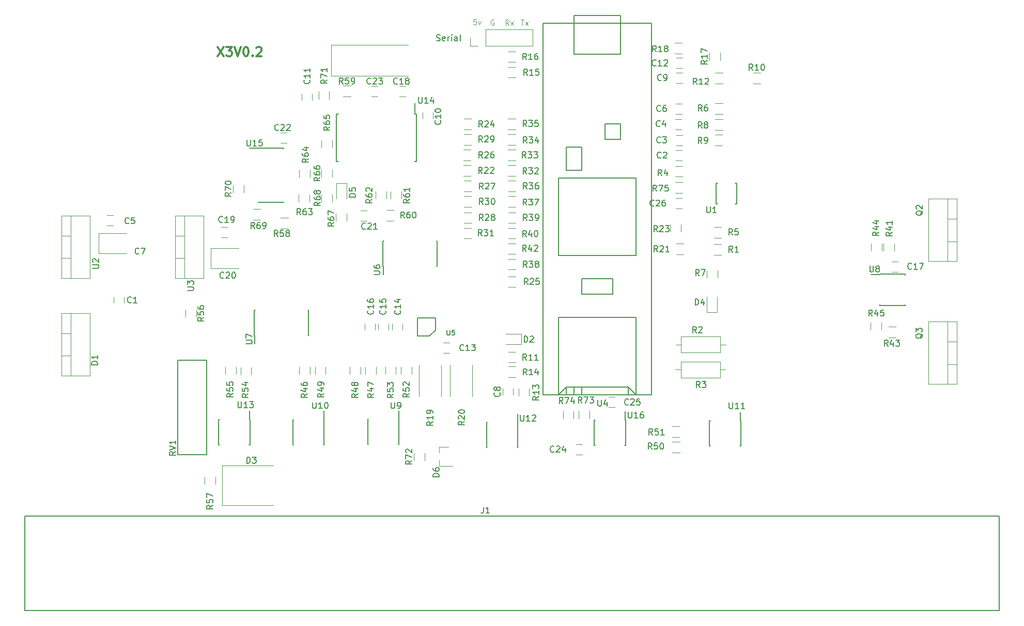
<source format=gto>
G04 #@! TF.GenerationSoftware,KiCad,Pcbnew,5.1.6-c6e7f7d~86~ubuntu18.04.1*
G04 #@! TF.CreationDate,2020-06-20T16:23:47+10:00*
G04 #@! TF.ProjectId,X3V0_2,58335630-5f32-42e6-9b69-6361645f7063,rev?*
G04 #@! TF.SameCoordinates,Original*
G04 #@! TF.FileFunction,Legend,Top*
G04 #@! TF.FilePolarity,Positive*
%FSLAX46Y46*%
G04 Gerber Fmt 4.6, Leading zero omitted, Abs format (unit mm)*
G04 Created by KiCad (PCBNEW 5.1.6-c6e7f7d~86~ubuntu18.04.1) date 2020-06-20 16:23:47*
%MOMM*%
%LPD*%
G01*
G04 APERTURE LIST*
%ADD10C,0.300000*%
%ADD11C,0.100000*%
%ADD12C,0.152400*%
%ADD13C,0.120000*%
%ADD14C,0.150000*%
G04 APERTURE END LIST*
D10*
X71722142Y-45718571D02*
X72722142Y-47218571D01*
X72722142Y-45718571D02*
X71722142Y-47218571D01*
X73150714Y-45718571D02*
X74079285Y-45718571D01*
X73579285Y-46290000D01*
X73793571Y-46290000D01*
X73936428Y-46361428D01*
X74007857Y-46432857D01*
X74079285Y-46575714D01*
X74079285Y-46932857D01*
X74007857Y-47075714D01*
X73936428Y-47147142D01*
X73793571Y-47218571D01*
X73365000Y-47218571D01*
X73222142Y-47147142D01*
X73150714Y-47075714D01*
X74507857Y-45718571D02*
X75007857Y-47218571D01*
X75507857Y-45718571D01*
X76293571Y-45718571D02*
X76436428Y-45718571D01*
X76579285Y-45790000D01*
X76650714Y-45861428D01*
X76722142Y-46004285D01*
X76793571Y-46290000D01*
X76793571Y-46647142D01*
X76722142Y-46932857D01*
X76650714Y-47075714D01*
X76579285Y-47147142D01*
X76436428Y-47218571D01*
X76293571Y-47218571D01*
X76150714Y-47147142D01*
X76079285Y-47075714D01*
X76007857Y-46932857D01*
X75936428Y-46647142D01*
X75936428Y-46290000D01*
X76007857Y-46004285D01*
X76079285Y-45861428D01*
X76150714Y-45790000D01*
X76293571Y-45718571D01*
X77436428Y-47075714D02*
X77507857Y-47147142D01*
X77436428Y-47218571D01*
X77365000Y-47147142D01*
X77436428Y-47075714D01*
X77436428Y-47218571D01*
X78079285Y-45861428D02*
X78150714Y-45790000D01*
X78293571Y-45718571D01*
X78650714Y-45718571D01*
X78793571Y-45790000D01*
X78865000Y-45861428D01*
X78936428Y-46004285D01*
X78936428Y-46147142D01*
X78865000Y-46361428D01*
X78007857Y-47218571D01*
X78936428Y-47218571D01*
D11*
X116990714Y-41260000D02*
X116905000Y-41217142D01*
X116776428Y-41217142D01*
X116647857Y-41260000D01*
X116562142Y-41345714D01*
X116519285Y-41431428D01*
X116476428Y-41602857D01*
X116476428Y-41731428D01*
X116519285Y-41902857D01*
X116562142Y-41988571D01*
X116647857Y-42074285D01*
X116776428Y-42117142D01*
X116862142Y-42117142D01*
X116990714Y-42074285D01*
X117033571Y-42031428D01*
X117033571Y-41731428D01*
X116862142Y-41731428D01*
X114081428Y-41137142D02*
X113652857Y-41137142D01*
X113610000Y-41565714D01*
X113652857Y-41522857D01*
X113738571Y-41480000D01*
X113952857Y-41480000D01*
X114038571Y-41522857D01*
X114081428Y-41565714D01*
X114124285Y-41651428D01*
X114124285Y-41865714D01*
X114081428Y-41951428D01*
X114038571Y-41994285D01*
X113952857Y-42037142D01*
X113738571Y-42037142D01*
X113652857Y-41994285D01*
X113610000Y-41951428D01*
X114424285Y-41437142D02*
X114638571Y-42037142D01*
X114852857Y-41437142D01*
X121393571Y-41247142D02*
X121907857Y-41247142D01*
X121650714Y-42147142D02*
X121650714Y-41247142D01*
X122122142Y-42147142D02*
X122593571Y-41547142D01*
X122122142Y-41547142D02*
X122593571Y-42147142D01*
X119419285Y-42147142D02*
X119119285Y-41718571D01*
X118905000Y-42147142D02*
X118905000Y-41247142D01*
X119247857Y-41247142D01*
X119333571Y-41290000D01*
X119376428Y-41332857D01*
X119419285Y-41418571D01*
X119419285Y-41547142D01*
X119376428Y-41632857D01*
X119333571Y-41675714D01*
X119247857Y-41718571D01*
X118905000Y-41718571D01*
X119719285Y-42147142D02*
X120190714Y-41547142D01*
X119719285Y-41547142D02*
X120190714Y-42147142D01*
D12*
X153622959Y-68103600D02*
X153393600Y-68103600D01*
X156517041Y-71456400D02*
X156746400Y-71456400D01*
X153393600Y-71456400D02*
X153622959Y-71456400D01*
X153393600Y-68103600D02*
X153393600Y-71456400D01*
X156746400Y-68103600D02*
X156517041Y-68103600D01*
X156746400Y-71456400D02*
X156746400Y-68103600D01*
D13*
X146710000Y-67890000D02*
X147910000Y-67890000D01*
X147910000Y-69650000D02*
X146710000Y-69650000D01*
X146810000Y-72240000D02*
X147810000Y-72240000D01*
X147810000Y-70540000D02*
X146810000Y-70540000D01*
D14*
X136460000Y-86240000D02*
X136460000Y-83700000D01*
X135160000Y-60840000D02*
X135160000Y-58300000D01*
X137710000Y-58300000D02*
X135170000Y-58300000D01*
X135170000Y-60840000D02*
X137710000Y-60840000D01*
X137710000Y-60840000D02*
X137710000Y-58300000D01*
X128820000Y-65920000D02*
X128820000Y-62110000D01*
X128820000Y-62110000D02*
X131360000Y-62110000D01*
X131360000Y-62110000D02*
X131360000Y-65920000D01*
X131360000Y-65920000D02*
X128820000Y-65920000D01*
X127550000Y-79890000D02*
X140250000Y-79890000D01*
X140250000Y-67190000D02*
X127550000Y-67190000D01*
X127550000Y-67190000D02*
X127550000Y-79890000D01*
X140250000Y-67190000D02*
X140250000Y-79890000D01*
X128820000Y-101480000D02*
X128820000Y-102750000D01*
X130090000Y-101480000D02*
X130090000Y-102750000D01*
X131360000Y-101480000D02*
X131360000Y-102750000D01*
X138980000Y-101480000D02*
X138980000Y-102750000D01*
X127550000Y-102750000D02*
X128820000Y-101480000D01*
X128820000Y-101480000D02*
X138980000Y-101480000D01*
X138980000Y-101480000D02*
X140250000Y-102750000D01*
X140250000Y-102750000D02*
X140250000Y-90050000D01*
X140250000Y-90050000D02*
X127550000Y-90050000D01*
X127550000Y-90050000D02*
X127550000Y-102750000D01*
X142790000Y-102750000D02*
X142790000Y-41790000D01*
X125010000Y-41790000D02*
X125010000Y-102750000D01*
X130090000Y-41790000D02*
X130090000Y-40520000D01*
X130090000Y-40520000D02*
X137710000Y-40520000D01*
X137710000Y-40520000D02*
X137710000Y-41790000D01*
X130090000Y-46870000D02*
X137710000Y-46870000D01*
X137710000Y-46870000D02*
X137710000Y-41790000D01*
X130090000Y-46870000D02*
X130090000Y-41790000D01*
X136440000Y-86240000D02*
X131360000Y-86240000D01*
X131360000Y-86240000D02*
X131360000Y-83700000D01*
X131360000Y-83700000D02*
X136440000Y-83700000D01*
X142790000Y-102750000D02*
X125010000Y-102750000D01*
X125010000Y-41790000D02*
X142790000Y-41790000D01*
X138575000Y-106885000D02*
X138525000Y-106885000D01*
X138575000Y-111035000D02*
X138430000Y-111035000D01*
X133425000Y-111035000D02*
X133570000Y-111035000D01*
X133425000Y-106885000D02*
X133570000Y-106885000D01*
X138575000Y-106885000D02*
X138575000Y-111035000D01*
X133425000Y-106885000D02*
X133425000Y-111035000D01*
X138525000Y-106885000D02*
X138525000Y-105485000D01*
D13*
X128300000Y-106660000D02*
X128300000Y-105460000D01*
X130060000Y-105460000D02*
X130060000Y-106660000D01*
X130860000Y-106640000D02*
X130860000Y-105440000D01*
X132620000Y-105440000D02*
X132620000Y-106640000D01*
X103870000Y-113530000D02*
X103870000Y-112330000D01*
X105630000Y-112330000D02*
X105630000Y-113530000D01*
X108050000Y-111340000D02*
X108050000Y-112270000D01*
X108050000Y-114500000D02*
X108050000Y-113570000D01*
X108050000Y-114500000D02*
X110210000Y-114500000D01*
X108050000Y-111340000D02*
X109510000Y-111340000D01*
X135780000Y-104790000D02*
X136780000Y-104790000D01*
X136780000Y-103090000D02*
X135780000Y-103090000D01*
X131450000Y-110910000D02*
X130450000Y-110910000D01*
X130450000Y-112610000D02*
X131450000Y-112610000D01*
X90300000Y-50490000D02*
X102900000Y-50490000D01*
X90300000Y-45390000D02*
X90300000Y-50490000D01*
X102900000Y-45390000D02*
X90300000Y-45390000D01*
X88260000Y-54230000D02*
X88260000Y-53030000D01*
X90020000Y-53030000D02*
X90020000Y-54230000D01*
X97940000Y-52150000D02*
X96940000Y-52150000D01*
X96940000Y-53850000D02*
X97940000Y-53850000D01*
X87210000Y-54440000D02*
X87210000Y-53440000D01*
X85510000Y-53440000D02*
X85510000Y-54440000D01*
X107020000Y-57460000D02*
X107020000Y-56460000D01*
X105320000Y-56460000D02*
X105320000Y-57460000D01*
X83260000Y-75480000D02*
X82060000Y-75480000D01*
X82060000Y-73720000D02*
X83260000Y-73720000D01*
D14*
X40125000Y-122685000D02*
X199825000Y-122685000D01*
X199825000Y-122685000D02*
X199825000Y-138185000D01*
X199825000Y-138185000D02*
X40125000Y-138185000D01*
X40125000Y-138185000D02*
X40125000Y-122685000D01*
D13*
X122780000Y-101740000D02*
X122780000Y-102940000D01*
X121020000Y-102940000D02*
X121020000Y-101740000D01*
X93505000Y-53860000D02*
X92305000Y-53860000D01*
X92305000Y-52100000D02*
X93505000Y-52100000D01*
D14*
X78350000Y-62330000D02*
X76975000Y-62330000D01*
X78350000Y-71205000D02*
X82500000Y-71205000D01*
X78350000Y-62305000D02*
X82500000Y-62305000D01*
X78350000Y-71205000D02*
X78350000Y-71090000D01*
X82500000Y-71205000D02*
X82500000Y-71090000D01*
X82500000Y-62305000D02*
X82500000Y-62420000D01*
X78350000Y-62305000D02*
X78350000Y-62330000D01*
D13*
X74245000Y-69565000D02*
X74245000Y-68365000D01*
X76005000Y-68365000D02*
X76005000Y-69565000D01*
X77515000Y-72320000D02*
X78715000Y-72320000D01*
X78715000Y-74080000D02*
X77515000Y-74080000D01*
X82045000Y-61445000D02*
X83045000Y-61445000D01*
X83045000Y-59745000D02*
X82045000Y-59745000D01*
X88725000Y-71145000D02*
X88725000Y-69945000D01*
X90485000Y-69945000D02*
X90485000Y-71145000D01*
X92860000Y-73085000D02*
X92860000Y-74285000D01*
X91100000Y-74285000D02*
X91100000Y-73085000D01*
X90485000Y-65885000D02*
X90485000Y-67085000D01*
X88725000Y-67085000D02*
X88725000Y-65885000D01*
X90470000Y-61015000D02*
X90470000Y-62215000D01*
X88710000Y-62215000D02*
X88710000Y-61015000D01*
X85060000Y-67090000D02*
X85060000Y-65890000D01*
X86820000Y-65890000D02*
X86820000Y-67090000D01*
X86785000Y-69895000D02*
X86785000Y-71095000D01*
X85025000Y-71095000D02*
X85025000Y-69895000D01*
X92860000Y-68080000D02*
X91160000Y-68080000D01*
X91160000Y-68080000D02*
X91160000Y-70630000D01*
X92860000Y-68080000D02*
X92860000Y-70630000D01*
D14*
X104305001Y-56725001D02*
X104055001Y-56725001D01*
X104305001Y-64475001D02*
X103970001Y-64475001D01*
X91155001Y-64475001D02*
X91490001Y-64475001D01*
X91155001Y-56725001D02*
X91490001Y-56725001D01*
X104305001Y-56725001D02*
X104305001Y-64475001D01*
X91155001Y-56725001D02*
X91155001Y-64475001D01*
X104055001Y-56725001D02*
X104055001Y-54925001D01*
D13*
X100570000Y-74210000D02*
X99370000Y-74210000D01*
X99370000Y-72450000D02*
X100570000Y-72450000D01*
X96175000Y-72525000D02*
X95175000Y-72525000D01*
X95175000Y-74225000D02*
X96175000Y-74225000D01*
X99360000Y-69395000D02*
X99360000Y-70595000D01*
X97600000Y-70595000D02*
X97600000Y-69395000D01*
X100050000Y-70605000D02*
X100050000Y-69405000D01*
X101810000Y-69405000D02*
X101810000Y-70605000D01*
X101510000Y-53830000D02*
X102510000Y-53830000D01*
X102510000Y-52130000D02*
X101510000Y-52130000D01*
X151910000Y-89210000D02*
X151910000Y-86660000D01*
X153610000Y-89210000D02*
X153610000Y-86660000D01*
X151910000Y-89210000D02*
X153610000Y-89210000D01*
X192840000Y-97751000D02*
X191330000Y-97751000D01*
X192840000Y-94050000D02*
X191330000Y-94050000D01*
X191330000Y-90780000D02*
X191330000Y-101020000D01*
X192840000Y-101020000D02*
X188199000Y-101020000D01*
X192840000Y-90780000D02*
X188199000Y-90780000D01*
X188199000Y-90780000D02*
X188199000Y-101020000D01*
X192840000Y-90780000D02*
X192840000Y-101020000D01*
X192870000Y-77591000D02*
X191360000Y-77591000D01*
X192870000Y-73890000D02*
X191360000Y-73890000D01*
X191360000Y-70620000D02*
X191360000Y-80860000D01*
X192870000Y-80860000D02*
X188229000Y-80860000D01*
X192870000Y-70620000D02*
X188229000Y-70620000D01*
X188229000Y-70620000D02*
X188229000Y-80860000D01*
X192870000Y-70620000D02*
X192870000Y-80860000D01*
X72420000Y-120895000D02*
X72420000Y-114395000D01*
X72420000Y-120895000D02*
X80820000Y-120895000D01*
X72420000Y-114395000D02*
X80820000Y-114395000D01*
D14*
X69940000Y-112625000D02*
X69940000Y-97125000D01*
X65140000Y-112625000D02*
X65140000Y-97125000D01*
X65140000Y-97125000D02*
X69940000Y-97125000D01*
X65140000Y-112625000D02*
X69940000Y-112625000D01*
D13*
X153635000Y-82330000D02*
X153635000Y-83530000D01*
X151875000Y-83530000D02*
X151875000Y-82330000D01*
D14*
X106450000Y-93150000D02*
X104450000Y-93150000D01*
X104450000Y-93150000D02*
X104450000Y-90150000D01*
X104450000Y-90150000D02*
X107450000Y-90150000D01*
X107450000Y-90150000D02*
X107450000Y-92150000D01*
X107450000Y-92150000D02*
X106450000Y-93150000D01*
D13*
X147870000Y-49950000D02*
X146870000Y-49950000D01*
X146870000Y-51650000D02*
X147870000Y-51650000D01*
X72330000Y-76940000D02*
X73330000Y-76940000D01*
X73330000Y-75240000D02*
X72330000Y-75240000D01*
X54685000Y-86735000D02*
X54685000Y-87735000D01*
X56385000Y-87735000D02*
X56385000Y-86735000D01*
X146830000Y-64350000D02*
X147830000Y-64350000D01*
X147830000Y-62650000D02*
X146830000Y-62650000D01*
X146865000Y-61860000D02*
X147865000Y-61860000D01*
X147865000Y-60160000D02*
X146865000Y-60160000D01*
X146750000Y-59260000D02*
X147750000Y-59260000D01*
X147750000Y-57560000D02*
X146750000Y-57560000D01*
X53600000Y-75000000D02*
X54600000Y-75000000D01*
X54600000Y-73300000D02*
X53600000Y-73300000D01*
X146830000Y-56690000D02*
X147830000Y-56690000D01*
X147830000Y-54990000D02*
X146830000Y-54990000D01*
X118400000Y-101770000D02*
X118400000Y-102770000D01*
X120100000Y-102770000D02*
X120100000Y-101770000D01*
X146870000Y-49170000D02*
X147870000Y-49170000D01*
X147870000Y-47470000D02*
X146870000Y-47470000D01*
X108725000Y-95900000D02*
X109725000Y-95900000D01*
X109725000Y-94200000D02*
X108725000Y-94200000D01*
X102050000Y-92125000D02*
X102050000Y-91125000D01*
X100350000Y-91125000D02*
X100350000Y-92125000D01*
X99725000Y-92125000D02*
X99725000Y-91125000D01*
X98025000Y-91125000D02*
X98025000Y-92125000D01*
X97525000Y-92125000D02*
X97525000Y-91125000D01*
X95825000Y-91125000D02*
X95825000Y-92125000D01*
X183230000Y-80890000D02*
X182230000Y-80890000D01*
X182230000Y-82590000D02*
X183230000Y-82590000D01*
X109805000Y-103025000D02*
X109805000Y-97825000D01*
X113445000Y-97825000D02*
X113445000Y-103025000D01*
X104730000Y-103025000D02*
X104730000Y-97825000D01*
X108370000Y-97825000D02*
X108370000Y-103025000D01*
X46110000Y-99630000D02*
X46110000Y-89390000D01*
X50751000Y-99630000D02*
X50751000Y-89390000D01*
X46110000Y-99630000D02*
X50751000Y-99630000D01*
X46110000Y-89390000D02*
X50751000Y-89390000D01*
X47620000Y-99630000D02*
X47620000Y-89390000D01*
X46110000Y-96360000D02*
X47620000Y-96360000D01*
X46110000Y-92659000D02*
X47620000Y-92659000D01*
D14*
X120925000Y-107300000D02*
X120875000Y-107300000D01*
X120925000Y-111450000D02*
X120780000Y-111450000D01*
X115775000Y-111450000D02*
X115920000Y-111450000D01*
X115775000Y-107300000D02*
X115920000Y-107300000D01*
X120925000Y-107300000D02*
X120925000Y-111450000D01*
X115775000Y-107300000D02*
X115775000Y-111450000D01*
X120875000Y-107300000D02*
X120875000Y-105900000D01*
X157440000Y-107045000D02*
X157390000Y-107045000D01*
X157440000Y-111195000D02*
X157295000Y-111195000D01*
X152290000Y-111195000D02*
X152435000Y-111195000D01*
X152290000Y-107045000D02*
X152435000Y-107045000D01*
X157440000Y-107045000D02*
X157440000Y-111195000D01*
X152290000Y-107045000D02*
X152290000Y-111195000D01*
X157390000Y-107045000D02*
X157390000Y-105645000D01*
X89175000Y-106825000D02*
X89125000Y-106825000D01*
X89175000Y-110975000D02*
X89030000Y-110975000D01*
X84025000Y-110975000D02*
X84170000Y-110975000D01*
X84025000Y-106825000D02*
X84170000Y-106825000D01*
X89175000Y-106825000D02*
X89175000Y-110975000D01*
X84025000Y-106825000D02*
X84025000Y-110975000D01*
X89125000Y-106825000D02*
X89125000Y-105425000D01*
X101450000Y-106775000D02*
X101400000Y-106775000D01*
X101450000Y-110925000D02*
X101305000Y-110925000D01*
X96300000Y-110925000D02*
X96445000Y-110925000D01*
X96300000Y-106775000D02*
X96445000Y-106775000D01*
X101450000Y-106775000D02*
X101450000Y-110925000D01*
X96300000Y-106775000D02*
X96300000Y-110925000D01*
X101400000Y-106775000D02*
X101400000Y-105375000D01*
X77025000Y-106825000D02*
X76975000Y-106825000D01*
X77025000Y-110975000D02*
X76880000Y-110975000D01*
X71875000Y-110975000D02*
X72020000Y-110975000D01*
X71875000Y-106825000D02*
X72020000Y-106825000D01*
X77025000Y-106825000D02*
X77025000Y-110975000D01*
X71875000Y-106825000D02*
X71875000Y-110975000D01*
X76975000Y-106825000D02*
X76975000Y-105425000D01*
D13*
X46110000Y-83630000D02*
X46110000Y-73390000D01*
X50751000Y-83630000D02*
X50751000Y-73390000D01*
X46110000Y-83630000D02*
X50751000Y-83630000D01*
X46110000Y-73390000D02*
X50751000Y-73390000D01*
X47620000Y-83630000D02*
X47620000Y-73390000D01*
X46110000Y-80360000D02*
X47620000Y-80360000D01*
X46110000Y-76659000D02*
X47620000Y-76659000D01*
X64740000Y-76659000D02*
X66250000Y-76659000D01*
X64740000Y-80360000D02*
X66250000Y-80360000D01*
X66250000Y-83630000D02*
X66250000Y-73390000D01*
X64740000Y-73390000D02*
X69381000Y-73390000D01*
X64740000Y-83630000D02*
X69381000Y-83630000D01*
X69381000Y-83630000D02*
X69381000Y-73390000D01*
X64740000Y-83630000D02*
X64740000Y-73390000D01*
D14*
X77765000Y-93055000D02*
X77765000Y-94430000D01*
X86640000Y-93055000D02*
X86640000Y-88905000D01*
X77740000Y-93055000D02*
X77740000Y-88905000D01*
X86640000Y-93055000D02*
X86525000Y-93055000D01*
X86640000Y-88905000D02*
X86525000Y-88905000D01*
X77740000Y-88905000D02*
X77855000Y-88905000D01*
X77740000Y-93055000D02*
X77765000Y-93055000D01*
X98845000Y-81665000D02*
X98845000Y-83040000D01*
X107720000Y-81665000D02*
X107720000Y-77515000D01*
X98820000Y-81665000D02*
X98820000Y-77515000D01*
X107720000Y-81665000D02*
X107605000Y-81665000D01*
X107720000Y-77515000D02*
X107605000Y-77515000D01*
X98820000Y-77515000D02*
X98935000Y-77515000D01*
X98820000Y-81665000D02*
X98845000Y-81665000D01*
D13*
X120590000Y-82230000D02*
X119390000Y-82230000D01*
X119390000Y-80470000D02*
X120590000Y-80470000D01*
X70590000Y-78740000D02*
X75140000Y-78740000D01*
X70590000Y-82040000D02*
X75140000Y-82040000D01*
X70590000Y-78740000D02*
X70590000Y-82040000D01*
X113284000Y-77150000D02*
X112084000Y-77150000D01*
X112084000Y-75390000D02*
X113284000Y-75390000D01*
X120590000Y-99910000D02*
X119390000Y-99910000D01*
X119390000Y-98150000D02*
X120590000Y-98150000D01*
X119390000Y-95710000D02*
X120590000Y-95710000D01*
X120590000Y-97470000D02*
X119390000Y-97470000D01*
X121505000Y-94515000D02*
X118955000Y-94515000D01*
X121505000Y-92815000D02*
X118955000Y-92815000D01*
X121505000Y-94515000D02*
X121505000Y-92815000D01*
D14*
X180205000Y-83015000D02*
X178805000Y-83015000D01*
X180205000Y-88115000D02*
X184355000Y-88115000D01*
X180205000Y-82965000D02*
X184355000Y-82965000D01*
X180205000Y-88115000D02*
X180205000Y-87970000D01*
X184355000Y-88115000D02*
X184355000Y-87970000D01*
X184355000Y-82965000D02*
X184355000Y-83110000D01*
X180205000Y-82965000D02*
X180205000Y-83015000D01*
D13*
X100950000Y-98225000D02*
X100950000Y-99425000D01*
X99190000Y-99425000D02*
X99190000Y-98225000D01*
X113284000Y-74610000D02*
X112084000Y-74610000D01*
X112084000Y-72850000D02*
X113284000Y-72850000D01*
X112045000Y-57490000D02*
X113245000Y-57490000D01*
X113245000Y-59250000D02*
X112045000Y-59250000D01*
X154470000Y-51720000D02*
X153270000Y-51720000D01*
X153270000Y-49960000D02*
X154470000Y-49960000D01*
X146620000Y-45010000D02*
X147820000Y-45010000D01*
X147820000Y-46770000D02*
X146620000Y-46770000D01*
X145895000Y-76030000D02*
X145895000Y-74830000D01*
X147655000Y-74830000D02*
X147655000Y-76030000D01*
X75470000Y-99450000D02*
X75470000Y-98250000D01*
X77230000Y-98250000D02*
X77230000Y-99450000D01*
X74705000Y-98225000D02*
X74705000Y-99425000D01*
X72945000Y-99425000D02*
X72945000Y-98225000D01*
X69575000Y-117450000D02*
X69575000Y-116250000D01*
X71335000Y-116250000D02*
X71335000Y-117450000D01*
X66470000Y-90025000D02*
X66470000Y-88825000D01*
X68230000Y-88825000D02*
X68230000Y-90025000D01*
X52250000Y-76275000D02*
X56800000Y-76275000D01*
X52250000Y-79575000D02*
X56800000Y-79575000D01*
X52250000Y-76275000D02*
X52250000Y-79575000D01*
X113080000Y-45520000D02*
X113080000Y-44190000D01*
X114410000Y-45520000D02*
X113080000Y-45520000D01*
X115680000Y-45520000D02*
X115680000Y-42860000D01*
X115680000Y-42860000D02*
X123360000Y-42860000D01*
X115680000Y-45520000D02*
X123360000Y-45520000D01*
X123360000Y-45520000D02*
X123360000Y-42860000D01*
X113284000Y-69430000D02*
X112084000Y-69430000D01*
X112084000Y-67670000D02*
X113284000Y-67670000D01*
X113245000Y-61790000D02*
X112045000Y-61790000D01*
X112045000Y-60030000D02*
X113245000Y-60030000D01*
X112084000Y-70210000D02*
X113284000Y-70210000D01*
X113284000Y-71970000D02*
X112084000Y-71970000D01*
X120520000Y-66890000D02*
X119320000Y-66890000D01*
X119320000Y-65130000D02*
X120520000Y-65130000D01*
X113220000Y-64330000D02*
X112020000Y-64330000D01*
X112020000Y-62570000D02*
X113220000Y-62570000D01*
X120520000Y-61790000D02*
X119320000Y-61790000D01*
X119320000Y-60030000D02*
X120520000Y-60030000D01*
X119320000Y-57490000D02*
X120520000Y-57490000D01*
X120520000Y-59250000D02*
X119320000Y-59250000D01*
X120590000Y-69430000D02*
X119390000Y-69430000D01*
X119390000Y-67670000D02*
X120590000Y-67670000D01*
X119320000Y-62570000D02*
X120520000Y-62570000D01*
X120520000Y-64330000D02*
X119320000Y-64330000D01*
X153270000Y-54960000D02*
X154470000Y-54960000D01*
X154470000Y-56720000D02*
X153270000Y-56720000D01*
X113214000Y-66890000D02*
X112014000Y-66890000D01*
X112014000Y-65130000D02*
X113214000Y-65130000D01*
X148070000Y-79720000D02*
X146870000Y-79720000D01*
X146870000Y-77960000D02*
X148070000Y-77960000D01*
X119390000Y-48970000D02*
X120590000Y-48970000D01*
X120590000Y-50730000D02*
X119390000Y-50730000D01*
X120590000Y-48190000D02*
X119390000Y-48190000D01*
X119390000Y-46430000D02*
X120590000Y-46430000D01*
X152320000Y-47880000D02*
X152320000Y-46680000D01*
X154080000Y-46680000D02*
X154080000Y-47880000D01*
X119390000Y-70210000D02*
X120590000Y-70210000D01*
X120590000Y-71970000D02*
X119390000Y-71970000D01*
X119385000Y-83350000D02*
X120585000Y-83350000D01*
X120585000Y-85110000D02*
X119385000Y-85110000D01*
X159480000Y-49960000D02*
X160680000Y-49960000D01*
X160680000Y-51720000D02*
X159480000Y-51720000D01*
X153270000Y-57600000D02*
X154470000Y-57600000D01*
X154470000Y-59360000D02*
X153270000Y-59360000D01*
X153090000Y-75290000D02*
X154290000Y-75290000D01*
X154290000Y-77050000D02*
X153090000Y-77050000D01*
X147880000Y-67000000D02*
X146680000Y-67000000D01*
X146680000Y-65240000D02*
X147880000Y-65240000D01*
X154290000Y-79830000D02*
X153090000Y-79830000D01*
X153090000Y-78070000D02*
X154290000Y-78070000D01*
X119390000Y-72850000D02*
X120590000Y-72850000D01*
X120590000Y-74610000D02*
X119390000Y-74610000D01*
X120590000Y-77150000D02*
X119390000Y-77150000D01*
X119390000Y-75390000D02*
X120590000Y-75390000D01*
X182610000Y-77980000D02*
X182610000Y-79180000D01*
X180850000Y-79180000D02*
X180850000Y-77980000D01*
X120590000Y-79690000D02*
X119390000Y-79690000D01*
X119390000Y-77930000D02*
X120590000Y-77930000D01*
X181670000Y-91630000D02*
X182870000Y-91630000D01*
X182870000Y-93390000D02*
X181670000Y-93390000D01*
X180560000Y-77980000D02*
X180560000Y-79180000D01*
X178800000Y-79180000D02*
X178800000Y-77980000D01*
X154415000Y-61895000D02*
X153215000Y-61895000D01*
X153215000Y-60135000D02*
X154415000Y-60135000D01*
X103525000Y-98225000D02*
X103525000Y-99425000D01*
X101765000Y-99425000D02*
X101765000Y-98225000D01*
X147418995Y-109720226D02*
X146218995Y-109720226D01*
X146218995Y-107960226D02*
X147418995Y-107960226D01*
X146233995Y-110460226D02*
X147433995Y-110460226D01*
X147433995Y-112220226D02*
X146233995Y-112220226D01*
X87670000Y-99425000D02*
X87670000Y-98225000D01*
X89430000Y-98225000D02*
X89430000Y-99425000D01*
X95130000Y-98225000D02*
X95130000Y-99425000D01*
X93370000Y-99425000D02*
X93370000Y-98225000D01*
X95945000Y-99425000D02*
X95945000Y-98225000D01*
X97705000Y-98225000D02*
X97705000Y-99425000D01*
X86830000Y-98225000D02*
X86830000Y-99425000D01*
X85070000Y-99425000D02*
X85070000Y-98225000D01*
X180470000Y-90940000D02*
X180470000Y-92140000D01*
X178710000Y-92140000D02*
X178710000Y-90940000D01*
X146740000Y-98660000D02*
X147630000Y-98660000D01*
X154940000Y-98660000D02*
X154050000Y-98660000D01*
X147630000Y-99970000D02*
X154050000Y-99970000D01*
X147630000Y-97350000D02*
X147630000Y-99970000D01*
X154050000Y-97350000D02*
X147630000Y-97350000D01*
X154050000Y-99970000D02*
X154050000Y-97350000D01*
X154085000Y-95865000D02*
X154085000Y-93245000D01*
X154085000Y-93245000D02*
X147665000Y-93245000D01*
X147665000Y-93245000D02*
X147665000Y-95865000D01*
X147665000Y-95865000D02*
X154085000Y-95865000D01*
X154975000Y-94555000D02*
X154085000Y-94555000D01*
X146775000Y-94555000D02*
X147665000Y-94555000D01*
D14*
X151868095Y-71892380D02*
X151868095Y-72701904D01*
X151915714Y-72797142D01*
X151963333Y-72844761D01*
X152058571Y-72892380D01*
X152249047Y-72892380D01*
X152344285Y-72844761D01*
X152391904Y-72797142D01*
X152439523Y-72701904D01*
X152439523Y-71892380D01*
X153439523Y-72892380D02*
X152868095Y-72892380D01*
X153153809Y-72892380D02*
X153153809Y-71892380D01*
X153058571Y-72035238D01*
X152963333Y-72130476D01*
X152868095Y-72178095D01*
X143667142Y-69362380D02*
X143333809Y-68886190D01*
X143095714Y-69362380D02*
X143095714Y-68362380D01*
X143476666Y-68362380D01*
X143571904Y-68410000D01*
X143619523Y-68457619D01*
X143667142Y-68552857D01*
X143667142Y-68695714D01*
X143619523Y-68790952D01*
X143571904Y-68838571D01*
X143476666Y-68886190D01*
X143095714Y-68886190D01*
X144000476Y-68362380D02*
X144667142Y-68362380D01*
X144238571Y-69362380D01*
X145524285Y-68362380D02*
X145048095Y-68362380D01*
X145000476Y-68838571D01*
X145048095Y-68790952D01*
X145143333Y-68743333D01*
X145381428Y-68743333D01*
X145476666Y-68790952D01*
X145524285Y-68838571D01*
X145571904Y-68933809D01*
X145571904Y-69171904D01*
X145524285Y-69267142D01*
X145476666Y-69314761D01*
X145381428Y-69362380D01*
X145143333Y-69362380D01*
X145048095Y-69314761D01*
X145000476Y-69267142D01*
X143217142Y-71722142D02*
X143169523Y-71769761D01*
X143026666Y-71817380D01*
X142931428Y-71817380D01*
X142788571Y-71769761D01*
X142693333Y-71674523D01*
X142645714Y-71579285D01*
X142598095Y-71388809D01*
X142598095Y-71245952D01*
X142645714Y-71055476D01*
X142693333Y-70960238D01*
X142788571Y-70865000D01*
X142931428Y-70817380D01*
X143026666Y-70817380D01*
X143169523Y-70865000D01*
X143217142Y-70912619D01*
X143598095Y-70912619D02*
X143645714Y-70865000D01*
X143740952Y-70817380D01*
X143979047Y-70817380D01*
X144074285Y-70865000D01*
X144121904Y-70912619D01*
X144169523Y-71007857D01*
X144169523Y-71103095D01*
X144121904Y-71245952D01*
X143550476Y-71817380D01*
X144169523Y-71817380D01*
X145026666Y-70817380D02*
X144836190Y-70817380D01*
X144740952Y-70865000D01*
X144693333Y-70912619D01*
X144598095Y-71055476D01*
X144550476Y-71245952D01*
X144550476Y-71626904D01*
X144598095Y-71722142D01*
X144645714Y-71769761D01*
X144740952Y-71817380D01*
X144931428Y-71817380D01*
X145026666Y-71769761D01*
X145074285Y-71722142D01*
X145121904Y-71626904D01*
X145121904Y-71388809D01*
X145074285Y-71293571D01*
X145026666Y-71245952D01*
X144931428Y-71198333D01*
X144740952Y-71198333D01*
X144645714Y-71245952D01*
X144598095Y-71293571D01*
X144550476Y-71388809D01*
X134038095Y-103622380D02*
X134038095Y-104431904D01*
X134085714Y-104527142D01*
X134133333Y-104574761D01*
X134228571Y-104622380D01*
X134419047Y-104622380D01*
X134514285Y-104574761D01*
X134561904Y-104527142D01*
X134609523Y-104431904D01*
X134609523Y-103622380D01*
X135514285Y-103955714D02*
X135514285Y-104622380D01*
X135276190Y-103574761D02*
X135038095Y-104289047D01*
X135657142Y-104289047D01*
X139021904Y-105572380D02*
X139021904Y-106381904D01*
X139069523Y-106477142D01*
X139117142Y-106524761D01*
X139212380Y-106572380D01*
X139402857Y-106572380D01*
X139498095Y-106524761D01*
X139545714Y-106477142D01*
X139593333Y-106381904D01*
X139593333Y-105572380D01*
X140593333Y-106572380D02*
X140021904Y-106572380D01*
X140307619Y-106572380D02*
X140307619Y-105572380D01*
X140212380Y-105715238D01*
X140117142Y-105810476D01*
X140021904Y-105858095D01*
X141450476Y-105572380D02*
X141260000Y-105572380D01*
X141164761Y-105620000D01*
X141117142Y-105667619D01*
X141021904Y-105810476D01*
X140974285Y-106000952D01*
X140974285Y-106381904D01*
X141021904Y-106477142D01*
X141069523Y-106524761D01*
X141164761Y-106572380D01*
X141355238Y-106572380D01*
X141450476Y-106524761D01*
X141498095Y-106477142D01*
X141545714Y-106381904D01*
X141545714Y-106143809D01*
X141498095Y-106048571D01*
X141450476Y-106000952D01*
X141355238Y-105953333D01*
X141164761Y-105953333D01*
X141069523Y-106000952D01*
X141021904Y-106048571D01*
X140974285Y-106143809D01*
X128287142Y-104192380D02*
X127953809Y-103716190D01*
X127715714Y-104192380D02*
X127715714Y-103192380D01*
X128096666Y-103192380D01*
X128191904Y-103240000D01*
X128239523Y-103287619D01*
X128287142Y-103382857D01*
X128287142Y-103525714D01*
X128239523Y-103620952D01*
X128191904Y-103668571D01*
X128096666Y-103716190D01*
X127715714Y-103716190D01*
X128620476Y-103192380D02*
X129287142Y-103192380D01*
X128858571Y-104192380D01*
X130096666Y-103525714D02*
X130096666Y-104192380D01*
X129858571Y-103144761D02*
X129620476Y-103859047D01*
X130239523Y-103859047D01*
X131427142Y-104132380D02*
X131093809Y-103656190D01*
X130855714Y-104132380D02*
X130855714Y-103132380D01*
X131236666Y-103132380D01*
X131331904Y-103180000D01*
X131379523Y-103227619D01*
X131427142Y-103322857D01*
X131427142Y-103465714D01*
X131379523Y-103560952D01*
X131331904Y-103608571D01*
X131236666Y-103656190D01*
X130855714Y-103656190D01*
X131760476Y-103132380D02*
X132427142Y-103132380D01*
X131998571Y-104132380D01*
X132712857Y-103132380D02*
X133331904Y-103132380D01*
X132998571Y-103513333D01*
X133141428Y-103513333D01*
X133236666Y-103560952D01*
X133284285Y-103608571D01*
X133331904Y-103703809D01*
X133331904Y-103941904D01*
X133284285Y-104037142D01*
X133236666Y-104084761D01*
X133141428Y-104132380D01*
X132855714Y-104132380D01*
X132760476Y-104084761D01*
X132712857Y-104037142D01*
X103552380Y-113572857D02*
X103076190Y-113906190D01*
X103552380Y-114144285D02*
X102552380Y-114144285D01*
X102552380Y-113763333D01*
X102600000Y-113668095D01*
X102647619Y-113620476D01*
X102742857Y-113572857D01*
X102885714Y-113572857D01*
X102980952Y-113620476D01*
X103028571Y-113668095D01*
X103076190Y-113763333D01*
X103076190Y-114144285D01*
X102552380Y-113239523D02*
X102552380Y-112572857D01*
X103552380Y-113001428D01*
X102647619Y-112239523D02*
X102600000Y-112191904D01*
X102552380Y-112096666D01*
X102552380Y-111858571D01*
X102600000Y-111763333D01*
X102647619Y-111715714D01*
X102742857Y-111668095D01*
X102838095Y-111668095D01*
X102980952Y-111715714D01*
X103552380Y-112287142D01*
X103552380Y-111668095D01*
X108017381Y-116235096D02*
X107017381Y-116235096D01*
X107017381Y-115997001D01*
X107065001Y-115854143D01*
X107160239Y-115758905D01*
X107255477Y-115711286D01*
X107445953Y-115663667D01*
X107588810Y-115663667D01*
X107779286Y-115711286D01*
X107874524Y-115758905D01*
X107969762Y-115854143D01*
X108017381Y-115997001D01*
X108017381Y-116235096D01*
X107017381Y-114806524D02*
X107017381Y-114997001D01*
X107065001Y-115092239D01*
X107112620Y-115139858D01*
X107255477Y-115235096D01*
X107445953Y-115282715D01*
X107826905Y-115282715D01*
X107922143Y-115235096D01*
X107969762Y-115187477D01*
X108017381Y-115092239D01*
X108017381Y-114901762D01*
X107969762Y-114806524D01*
X107922143Y-114758905D01*
X107826905Y-114711286D01*
X107588810Y-114711286D01*
X107493572Y-114758905D01*
X107445953Y-114806524D01*
X107398334Y-114901762D01*
X107398334Y-115092239D01*
X107445953Y-115187477D01*
X107493572Y-115235096D01*
X107588810Y-115282715D01*
X139037142Y-104347142D02*
X138989523Y-104394761D01*
X138846666Y-104442380D01*
X138751428Y-104442380D01*
X138608571Y-104394761D01*
X138513333Y-104299523D01*
X138465714Y-104204285D01*
X138418095Y-104013809D01*
X138418095Y-103870952D01*
X138465714Y-103680476D01*
X138513333Y-103585238D01*
X138608571Y-103490000D01*
X138751428Y-103442380D01*
X138846666Y-103442380D01*
X138989523Y-103490000D01*
X139037142Y-103537619D01*
X139418095Y-103537619D02*
X139465714Y-103490000D01*
X139560952Y-103442380D01*
X139799047Y-103442380D01*
X139894285Y-103490000D01*
X139941904Y-103537619D01*
X139989523Y-103632857D01*
X139989523Y-103728095D01*
X139941904Y-103870952D01*
X139370476Y-104442380D01*
X139989523Y-104442380D01*
X140894285Y-103442380D02*
X140418095Y-103442380D01*
X140370476Y-103918571D01*
X140418095Y-103870952D01*
X140513333Y-103823333D01*
X140751428Y-103823333D01*
X140846666Y-103870952D01*
X140894285Y-103918571D01*
X140941904Y-104013809D01*
X140941904Y-104251904D01*
X140894285Y-104347142D01*
X140846666Y-104394761D01*
X140751428Y-104442380D01*
X140513333Y-104442380D01*
X140418095Y-104394761D01*
X140370476Y-104347142D01*
X126857142Y-112092142D02*
X126809523Y-112139761D01*
X126666666Y-112187380D01*
X126571428Y-112187380D01*
X126428571Y-112139761D01*
X126333333Y-112044523D01*
X126285714Y-111949285D01*
X126238095Y-111758809D01*
X126238095Y-111615952D01*
X126285714Y-111425476D01*
X126333333Y-111330238D01*
X126428571Y-111235000D01*
X126571428Y-111187380D01*
X126666666Y-111187380D01*
X126809523Y-111235000D01*
X126857142Y-111282619D01*
X127238095Y-111282619D02*
X127285714Y-111235000D01*
X127380952Y-111187380D01*
X127619047Y-111187380D01*
X127714285Y-111235000D01*
X127761904Y-111282619D01*
X127809523Y-111377857D01*
X127809523Y-111473095D01*
X127761904Y-111615952D01*
X127190476Y-112187380D01*
X127809523Y-112187380D01*
X128666666Y-111520714D02*
X128666666Y-112187380D01*
X128428571Y-111139761D02*
X128190476Y-111854047D01*
X128809523Y-111854047D01*
X89672380Y-51092857D02*
X89196190Y-51426190D01*
X89672380Y-51664285D02*
X88672380Y-51664285D01*
X88672380Y-51283333D01*
X88720000Y-51188095D01*
X88767619Y-51140476D01*
X88862857Y-51092857D01*
X89005714Y-51092857D01*
X89100952Y-51140476D01*
X89148571Y-51188095D01*
X89196190Y-51283333D01*
X89196190Y-51664285D01*
X88672380Y-50759523D02*
X88672380Y-50092857D01*
X89672380Y-50521428D01*
X89672380Y-49188095D02*
X89672380Y-49759523D01*
X89672380Y-49473809D02*
X88672380Y-49473809D01*
X88815238Y-49569047D01*
X88910476Y-49664285D01*
X88958095Y-49759523D01*
X96817142Y-51707142D02*
X96769523Y-51754761D01*
X96626666Y-51802380D01*
X96531428Y-51802380D01*
X96388571Y-51754761D01*
X96293333Y-51659523D01*
X96245714Y-51564285D01*
X96198095Y-51373809D01*
X96198095Y-51230952D01*
X96245714Y-51040476D01*
X96293333Y-50945238D01*
X96388571Y-50850000D01*
X96531428Y-50802380D01*
X96626666Y-50802380D01*
X96769523Y-50850000D01*
X96817142Y-50897619D01*
X97198095Y-50897619D02*
X97245714Y-50850000D01*
X97340952Y-50802380D01*
X97579047Y-50802380D01*
X97674285Y-50850000D01*
X97721904Y-50897619D01*
X97769523Y-50992857D01*
X97769523Y-51088095D01*
X97721904Y-51230952D01*
X97150476Y-51802380D01*
X97769523Y-51802380D01*
X98102857Y-50802380D02*
X98721904Y-50802380D01*
X98388571Y-51183333D01*
X98531428Y-51183333D01*
X98626666Y-51230952D01*
X98674285Y-51278571D01*
X98721904Y-51373809D01*
X98721904Y-51611904D01*
X98674285Y-51707142D01*
X98626666Y-51754761D01*
X98531428Y-51802380D01*
X98245714Y-51802380D01*
X98150476Y-51754761D01*
X98102857Y-51707142D01*
X86742142Y-51132857D02*
X86789761Y-51180476D01*
X86837380Y-51323333D01*
X86837380Y-51418571D01*
X86789761Y-51561428D01*
X86694523Y-51656666D01*
X86599285Y-51704285D01*
X86408809Y-51751904D01*
X86265952Y-51751904D01*
X86075476Y-51704285D01*
X85980238Y-51656666D01*
X85885000Y-51561428D01*
X85837380Y-51418571D01*
X85837380Y-51323333D01*
X85885000Y-51180476D01*
X85932619Y-51132857D01*
X86837380Y-50180476D02*
X86837380Y-50751904D01*
X86837380Y-50466190D02*
X85837380Y-50466190D01*
X85980238Y-50561428D01*
X86075476Y-50656666D01*
X86123095Y-50751904D01*
X86837380Y-49228095D02*
X86837380Y-49799523D01*
X86837380Y-49513809D02*
X85837380Y-49513809D01*
X85980238Y-49609047D01*
X86075476Y-49704285D01*
X86123095Y-49799523D01*
X108217142Y-57762857D02*
X108264761Y-57810476D01*
X108312380Y-57953333D01*
X108312380Y-58048571D01*
X108264761Y-58191428D01*
X108169523Y-58286666D01*
X108074285Y-58334285D01*
X107883809Y-58381904D01*
X107740952Y-58381904D01*
X107550476Y-58334285D01*
X107455238Y-58286666D01*
X107360000Y-58191428D01*
X107312380Y-58048571D01*
X107312380Y-57953333D01*
X107360000Y-57810476D01*
X107407619Y-57762857D01*
X108312380Y-56810476D02*
X108312380Y-57381904D01*
X108312380Y-57096190D02*
X107312380Y-57096190D01*
X107455238Y-57191428D01*
X107550476Y-57286666D01*
X107598095Y-57381904D01*
X107312380Y-56191428D02*
X107312380Y-56096190D01*
X107360000Y-56000952D01*
X107407619Y-55953333D01*
X107502857Y-55905714D01*
X107693333Y-55858095D01*
X107931428Y-55858095D01*
X108121904Y-55905714D01*
X108217142Y-55953333D01*
X108264761Y-56000952D01*
X108312380Y-56096190D01*
X108312380Y-56191428D01*
X108264761Y-56286666D01*
X108217142Y-56334285D01*
X108121904Y-56381904D01*
X107931428Y-56429523D01*
X107693333Y-56429523D01*
X107502857Y-56381904D01*
X107407619Y-56334285D01*
X107360000Y-56286666D01*
X107312380Y-56191428D01*
X81577142Y-76792380D02*
X81243809Y-76316190D01*
X81005714Y-76792380D02*
X81005714Y-75792380D01*
X81386666Y-75792380D01*
X81481904Y-75840000D01*
X81529523Y-75887619D01*
X81577142Y-75982857D01*
X81577142Y-76125714D01*
X81529523Y-76220952D01*
X81481904Y-76268571D01*
X81386666Y-76316190D01*
X81005714Y-76316190D01*
X82481904Y-75792380D02*
X82005714Y-75792380D01*
X81958095Y-76268571D01*
X82005714Y-76220952D01*
X82100952Y-76173333D01*
X82339047Y-76173333D01*
X82434285Y-76220952D01*
X82481904Y-76268571D01*
X82529523Y-76363809D01*
X82529523Y-76601904D01*
X82481904Y-76697142D01*
X82434285Y-76744761D01*
X82339047Y-76792380D01*
X82100952Y-76792380D01*
X82005714Y-76744761D01*
X81958095Y-76697142D01*
X83100952Y-76220952D02*
X83005714Y-76173333D01*
X82958095Y-76125714D01*
X82910476Y-76030476D01*
X82910476Y-75982857D01*
X82958095Y-75887619D01*
X83005714Y-75840000D01*
X83100952Y-75792380D01*
X83291428Y-75792380D01*
X83386666Y-75840000D01*
X83434285Y-75887619D01*
X83481904Y-75982857D01*
X83481904Y-76030476D01*
X83434285Y-76125714D01*
X83386666Y-76173333D01*
X83291428Y-76220952D01*
X83100952Y-76220952D01*
X83005714Y-76268571D01*
X82958095Y-76316190D01*
X82910476Y-76411428D01*
X82910476Y-76601904D01*
X82958095Y-76697142D01*
X83005714Y-76744761D01*
X83100952Y-76792380D01*
X83291428Y-76792380D01*
X83386666Y-76744761D01*
X83434285Y-76697142D01*
X83481904Y-76601904D01*
X83481904Y-76411428D01*
X83434285Y-76316190D01*
X83386666Y-76268571D01*
X83291428Y-76220952D01*
X115271666Y-121197380D02*
X115271666Y-121911666D01*
X115224047Y-122054523D01*
X115128809Y-122149761D01*
X114985952Y-122197380D01*
X114890714Y-122197380D01*
X116271666Y-122197380D02*
X115700238Y-122197380D01*
X115985952Y-122197380D02*
X115985952Y-121197380D01*
X115890714Y-121340238D01*
X115795476Y-121435476D01*
X115700238Y-121483095D01*
X124362380Y-103032857D02*
X123886190Y-103366190D01*
X124362380Y-103604285D02*
X123362380Y-103604285D01*
X123362380Y-103223333D01*
X123410000Y-103128095D01*
X123457619Y-103080476D01*
X123552857Y-103032857D01*
X123695714Y-103032857D01*
X123790952Y-103080476D01*
X123838571Y-103128095D01*
X123886190Y-103223333D01*
X123886190Y-103604285D01*
X124362380Y-102080476D02*
X124362380Y-102651904D01*
X124362380Y-102366190D02*
X123362380Y-102366190D01*
X123505238Y-102461428D01*
X123600476Y-102556666D01*
X123648095Y-102651904D01*
X123362380Y-101747142D02*
X123362380Y-101128095D01*
X123743333Y-101461428D01*
X123743333Y-101318571D01*
X123790952Y-101223333D01*
X123838571Y-101175714D01*
X123933809Y-101128095D01*
X124171904Y-101128095D01*
X124267142Y-101175714D01*
X124314761Y-101223333D01*
X124362380Y-101318571D01*
X124362380Y-101604285D01*
X124314761Y-101699523D01*
X124267142Y-101747142D01*
X92267142Y-51772380D02*
X91933809Y-51296190D01*
X91695714Y-51772380D02*
X91695714Y-50772380D01*
X92076666Y-50772380D01*
X92171904Y-50820000D01*
X92219523Y-50867619D01*
X92267142Y-50962857D01*
X92267142Y-51105714D01*
X92219523Y-51200952D01*
X92171904Y-51248571D01*
X92076666Y-51296190D01*
X91695714Y-51296190D01*
X93171904Y-50772380D02*
X92695714Y-50772380D01*
X92648095Y-51248571D01*
X92695714Y-51200952D01*
X92790952Y-51153333D01*
X93029047Y-51153333D01*
X93124285Y-51200952D01*
X93171904Y-51248571D01*
X93219523Y-51343809D01*
X93219523Y-51581904D01*
X93171904Y-51677142D01*
X93124285Y-51724761D01*
X93029047Y-51772380D01*
X92790952Y-51772380D01*
X92695714Y-51724761D01*
X92648095Y-51677142D01*
X93695714Y-51772380D02*
X93886190Y-51772380D01*
X93981428Y-51724761D01*
X94029047Y-51677142D01*
X94124285Y-51534285D01*
X94171904Y-51343809D01*
X94171904Y-50962857D01*
X94124285Y-50867619D01*
X94076666Y-50820000D01*
X93981428Y-50772380D01*
X93790952Y-50772380D01*
X93695714Y-50820000D01*
X93648095Y-50867619D01*
X93600476Y-50962857D01*
X93600476Y-51200952D01*
X93648095Y-51296190D01*
X93695714Y-51343809D01*
X93790952Y-51391428D01*
X93981428Y-51391428D01*
X94076666Y-51343809D01*
X94124285Y-51296190D01*
X94171904Y-51200952D01*
X76516904Y-60927380D02*
X76516904Y-61736904D01*
X76564523Y-61832142D01*
X76612142Y-61879761D01*
X76707380Y-61927380D01*
X76897857Y-61927380D01*
X76993095Y-61879761D01*
X77040714Y-61832142D01*
X77088333Y-61736904D01*
X77088333Y-60927380D01*
X78088333Y-61927380D02*
X77516904Y-61927380D01*
X77802619Y-61927380D02*
X77802619Y-60927380D01*
X77707380Y-61070238D01*
X77612142Y-61165476D01*
X77516904Y-61213095D01*
X78993095Y-60927380D02*
X78516904Y-60927380D01*
X78469285Y-61403571D01*
X78516904Y-61355952D01*
X78612142Y-61308333D01*
X78850238Y-61308333D01*
X78945476Y-61355952D01*
X78993095Y-61403571D01*
X79040714Y-61498809D01*
X79040714Y-61736904D01*
X78993095Y-61832142D01*
X78945476Y-61879761D01*
X78850238Y-61927380D01*
X78612142Y-61927380D01*
X78516904Y-61879761D01*
X78469285Y-61832142D01*
X73927380Y-69607857D02*
X73451190Y-69941190D01*
X73927380Y-70179285D02*
X72927380Y-70179285D01*
X72927380Y-69798333D01*
X72975000Y-69703095D01*
X73022619Y-69655476D01*
X73117857Y-69607857D01*
X73260714Y-69607857D01*
X73355952Y-69655476D01*
X73403571Y-69703095D01*
X73451190Y-69798333D01*
X73451190Y-70179285D01*
X72927380Y-69274523D02*
X72927380Y-68607857D01*
X73927380Y-69036428D01*
X72927380Y-68036428D02*
X72927380Y-67941190D01*
X72975000Y-67845952D01*
X73022619Y-67798333D01*
X73117857Y-67750714D01*
X73308333Y-67703095D01*
X73546428Y-67703095D01*
X73736904Y-67750714D01*
X73832142Y-67798333D01*
X73879761Y-67845952D01*
X73927380Y-67941190D01*
X73927380Y-68036428D01*
X73879761Y-68131666D01*
X73832142Y-68179285D01*
X73736904Y-68226904D01*
X73546428Y-68274523D01*
X73308333Y-68274523D01*
X73117857Y-68226904D01*
X73022619Y-68179285D01*
X72975000Y-68131666D01*
X72927380Y-68036428D01*
X77752142Y-75512380D02*
X77418809Y-75036190D01*
X77180714Y-75512380D02*
X77180714Y-74512380D01*
X77561666Y-74512380D01*
X77656904Y-74560000D01*
X77704523Y-74607619D01*
X77752142Y-74702857D01*
X77752142Y-74845714D01*
X77704523Y-74940952D01*
X77656904Y-74988571D01*
X77561666Y-75036190D01*
X77180714Y-75036190D01*
X78609285Y-74512380D02*
X78418809Y-74512380D01*
X78323571Y-74560000D01*
X78275952Y-74607619D01*
X78180714Y-74750476D01*
X78133095Y-74940952D01*
X78133095Y-75321904D01*
X78180714Y-75417142D01*
X78228333Y-75464761D01*
X78323571Y-75512380D01*
X78514047Y-75512380D01*
X78609285Y-75464761D01*
X78656904Y-75417142D01*
X78704523Y-75321904D01*
X78704523Y-75083809D01*
X78656904Y-74988571D01*
X78609285Y-74940952D01*
X78514047Y-74893333D01*
X78323571Y-74893333D01*
X78228333Y-74940952D01*
X78180714Y-74988571D01*
X78133095Y-75083809D01*
X79180714Y-75512380D02*
X79371190Y-75512380D01*
X79466428Y-75464761D01*
X79514047Y-75417142D01*
X79609285Y-75274285D01*
X79656904Y-75083809D01*
X79656904Y-74702857D01*
X79609285Y-74607619D01*
X79561666Y-74560000D01*
X79466428Y-74512380D01*
X79275952Y-74512380D01*
X79180714Y-74560000D01*
X79133095Y-74607619D01*
X79085476Y-74702857D01*
X79085476Y-74940952D01*
X79133095Y-75036190D01*
X79180714Y-75083809D01*
X79275952Y-75131428D01*
X79466428Y-75131428D01*
X79561666Y-75083809D01*
X79609285Y-75036190D01*
X79656904Y-74940952D01*
X81707142Y-59322142D02*
X81659523Y-59369761D01*
X81516666Y-59417380D01*
X81421428Y-59417380D01*
X81278571Y-59369761D01*
X81183333Y-59274523D01*
X81135714Y-59179285D01*
X81088095Y-58988809D01*
X81088095Y-58845952D01*
X81135714Y-58655476D01*
X81183333Y-58560238D01*
X81278571Y-58465000D01*
X81421428Y-58417380D01*
X81516666Y-58417380D01*
X81659523Y-58465000D01*
X81707142Y-58512619D01*
X82088095Y-58512619D02*
X82135714Y-58465000D01*
X82230952Y-58417380D01*
X82469047Y-58417380D01*
X82564285Y-58465000D01*
X82611904Y-58512619D01*
X82659523Y-58607857D01*
X82659523Y-58703095D01*
X82611904Y-58845952D01*
X82040476Y-59417380D01*
X82659523Y-59417380D01*
X83040476Y-58512619D02*
X83088095Y-58465000D01*
X83183333Y-58417380D01*
X83421428Y-58417380D01*
X83516666Y-58465000D01*
X83564285Y-58512619D01*
X83611904Y-58607857D01*
X83611904Y-58703095D01*
X83564285Y-58845952D01*
X82992857Y-59417380D01*
X83611904Y-59417380D01*
X88532380Y-71162857D02*
X88056190Y-71496190D01*
X88532380Y-71734285D02*
X87532380Y-71734285D01*
X87532380Y-71353333D01*
X87580000Y-71258095D01*
X87627619Y-71210476D01*
X87722857Y-71162857D01*
X87865714Y-71162857D01*
X87960952Y-71210476D01*
X88008571Y-71258095D01*
X88056190Y-71353333D01*
X88056190Y-71734285D01*
X87532380Y-70305714D02*
X87532380Y-70496190D01*
X87580000Y-70591428D01*
X87627619Y-70639047D01*
X87770476Y-70734285D01*
X87960952Y-70781904D01*
X88341904Y-70781904D01*
X88437142Y-70734285D01*
X88484761Y-70686666D01*
X88532380Y-70591428D01*
X88532380Y-70400952D01*
X88484761Y-70305714D01*
X88437142Y-70258095D01*
X88341904Y-70210476D01*
X88103809Y-70210476D01*
X88008571Y-70258095D01*
X87960952Y-70305714D01*
X87913333Y-70400952D01*
X87913333Y-70591428D01*
X87960952Y-70686666D01*
X88008571Y-70734285D01*
X88103809Y-70781904D01*
X87960952Y-69639047D02*
X87913333Y-69734285D01*
X87865714Y-69781904D01*
X87770476Y-69829523D01*
X87722857Y-69829523D01*
X87627619Y-69781904D01*
X87580000Y-69734285D01*
X87532380Y-69639047D01*
X87532380Y-69448571D01*
X87580000Y-69353333D01*
X87627619Y-69305714D01*
X87722857Y-69258095D01*
X87770476Y-69258095D01*
X87865714Y-69305714D01*
X87913333Y-69353333D01*
X87960952Y-69448571D01*
X87960952Y-69639047D01*
X88008571Y-69734285D01*
X88056190Y-69781904D01*
X88151428Y-69829523D01*
X88341904Y-69829523D01*
X88437142Y-69781904D01*
X88484761Y-69734285D01*
X88532380Y-69639047D01*
X88532380Y-69448571D01*
X88484761Y-69353333D01*
X88437142Y-69305714D01*
X88341904Y-69258095D01*
X88151428Y-69258095D01*
X88056190Y-69305714D01*
X88008571Y-69353333D01*
X87960952Y-69448571D01*
X90782380Y-74512857D02*
X90306190Y-74846190D01*
X90782380Y-75084285D02*
X89782380Y-75084285D01*
X89782380Y-74703333D01*
X89830000Y-74608095D01*
X89877619Y-74560476D01*
X89972857Y-74512857D01*
X90115714Y-74512857D01*
X90210952Y-74560476D01*
X90258571Y-74608095D01*
X90306190Y-74703333D01*
X90306190Y-75084285D01*
X89782380Y-73655714D02*
X89782380Y-73846190D01*
X89830000Y-73941428D01*
X89877619Y-73989047D01*
X90020476Y-74084285D01*
X90210952Y-74131904D01*
X90591904Y-74131904D01*
X90687142Y-74084285D01*
X90734761Y-74036666D01*
X90782380Y-73941428D01*
X90782380Y-73750952D01*
X90734761Y-73655714D01*
X90687142Y-73608095D01*
X90591904Y-73560476D01*
X90353809Y-73560476D01*
X90258571Y-73608095D01*
X90210952Y-73655714D01*
X90163333Y-73750952D01*
X90163333Y-73941428D01*
X90210952Y-74036666D01*
X90258571Y-74084285D01*
X90353809Y-74131904D01*
X89782380Y-73227142D02*
X89782380Y-72560476D01*
X90782380Y-72989047D01*
X88492380Y-67097857D02*
X88016190Y-67431190D01*
X88492380Y-67669285D02*
X87492380Y-67669285D01*
X87492380Y-67288333D01*
X87540000Y-67193095D01*
X87587619Y-67145476D01*
X87682857Y-67097857D01*
X87825714Y-67097857D01*
X87920952Y-67145476D01*
X87968571Y-67193095D01*
X88016190Y-67288333D01*
X88016190Y-67669285D01*
X87492380Y-66240714D02*
X87492380Y-66431190D01*
X87540000Y-66526428D01*
X87587619Y-66574047D01*
X87730476Y-66669285D01*
X87920952Y-66716904D01*
X88301904Y-66716904D01*
X88397142Y-66669285D01*
X88444761Y-66621666D01*
X88492380Y-66526428D01*
X88492380Y-66335952D01*
X88444761Y-66240714D01*
X88397142Y-66193095D01*
X88301904Y-66145476D01*
X88063809Y-66145476D01*
X87968571Y-66193095D01*
X87920952Y-66240714D01*
X87873333Y-66335952D01*
X87873333Y-66526428D01*
X87920952Y-66621666D01*
X87968571Y-66669285D01*
X88063809Y-66716904D01*
X87492380Y-65288333D02*
X87492380Y-65478809D01*
X87540000Y-65574047D01*
X87587619Y-65621666D01*
X87730476Y-65716904D01*
X87920952Y-65764523D01*
X88301904Y-65764523D01*
X88397142Y-65716904D01*
X88444761Y-65669285D01*
X88492380Y-65574047D01*
X88492380Y-65383571D01*
X88444761Y-65288333D01*
X88397142Y-65240714D01*
X88301904Y-65193095D01*
X88063809Y-65193095D01*
X87968571Y-65240714D01*
X87920952Y-65288333D01*
X87873333Y-65383571D01*
X87873333Y-65574047D01*
X87920952Y-65669285D01*
X87968571Y-65716904D01*
X88063809Y-65764523D01*
X90107380Y-58802857D02*
X89631190Y-59136190D01*
X90107380Y-59374285D02*
X89107380Y-59374285D01*
X89107380Y-58993333D01*
X89155000Y-58898095D01*
X89202619Y-58850476D01*
X89297857Y-58802857D01*
X89440714Y-58802857D01*
X89535952Y-58850476D01*
X89583571Y-58898095D01*
X89631190Y-58993333D01*
X89631190Y-59374285D01*
X89107380Y-57945714D02*
X89107380Y-58136190D01*
X89155000Y-58231428D01*
X89202619Y-58279047D01*
X89345476Y-58374285D01*
X89535952Y-58421904D01*
X89916904Y-58421904D01*
X90012142Y-58374285D01*
X90059761Y-58326666D01*
X90107380Y-58231428D01*
X90107380Y-58040952D01*
X90059761Y-57945714D01*
X90012142Y-57898095D01*
X89916904Y-57850476D01*
X89678809Y-57850476D01*
X89583571Y-57898095D01*
X89535952Y-57945714D01*
X89488333Y-58040952D01*
X89488333Y-58231428D01*
X89535952Y-58326666D01*
X89583571Y-58374285D01*
X89678809Y-58421904D01*
X89107380Y-56945714D02*
X89107380Y-57421904D01*
X89583571Y-57469523D01*
X89535952Y-57421904D01*
X89488333Y-57326666D01*
X89488333Y-57088571D01*
X89535952Y-56993333D01*
X89583571Y-56945714D01*
X89678809Y-56898095D01*
X89916904Y-56898095D01*
X90012142Y-56945714D01*
X90059761Y-56993333D01*
X90107380Y-57088571D01*
X90107380Y-57326666D01*
X90059761Y-57421904D01*
X90012142Y-57469523D01*
X86602380Y-64042857D02*
X86126190Y-64376190D01*
X86602380Y-64614285D02*
X85602380Y-64614285D01*
X85602380Y-64233333D01*
X85650000Y-64138095D01*
X85697619Y-64090476D01*
X85792857Y-64042857D01*
X85935714Y-64042857D01*
X86030952Y-64090476D01*
X86078571Y-64138095D01*
X86126190Y-64233333D01*
X86126190Y-64614285D01*
X85602380Y-63185714D02*
X85602380Y-63376190D01*
X85650000Y-63471428D01*
X85697619Y-63519047D01*
X85840476Y-63614285D01*
X86030952Y-63661904D01*
X86411904Y-63661904D01*
X86507142Y-63614285D01*
X86554761Y-63566666D01*
X86602380Y-63471428D01*
X86602380Y-63280952D01*
X86554761Y-63185714D01*
X86507142Y-63138095D01*
X86411904Y-63090476D01*
X86173809Y-63090476D01*
X86078571Y-63138095D01*
X86030952Y-63185714D01*
X85983333Y-63280952D01*
X85983333Y-63471428D01*
X86030952Y-63566666D01*
X86078571Y-63614285D01*
X86173809Y-63661904D01*
X85935714Y-62233333D02*
X86602380Y-62233333D01*
X85554761Y-62471428D02*
X86269047Y-62709523D01*
X86269047Y-62090476D01*
X85327142Y-73252380D02*
X84993809Y-72776190D01*
X84755714Y-73252380D02*
X84755714Y-72252380D01*
X85136666Y-72252380D01*
X85231904Y-72300000D01*
X85279523Y-72347619D01*
X85327142Y-72442857D01*
X85327142Y-72585714D01*
X85279523Y-72680952D01*
X85231904Y-72728571D01*
X85136666Y-72776190D01*
X84755714Y-72776190D01*
X86184285Y-72252380D02*
X85993809Y-72252380D01*
X85898571Y-72300000D01*
X85850952Y-72347619D01*
X85755714Y-72490476D01*
X85708095Y-72680952D01*
X85708095Y-73061904D01*
X85755714Y-73157142D01*
X85803333Y-73204761D01*
X85898571Y-73252380D01*
X86089047Y-73252380D01*
X86184285Y-73204761D01*
X86231904Y-73157142D01*
X86279523Y-73061904D01*
X86279523Y-72823809D01*
X86231904Y-72728571D01*
X86184285Y-72680952D01*
X86089047Y-72633333D01*
X85898571Y-72633333D01*
X85803333Y-72680952D01*
X85755714Y-72728571D01*
X85708095Y-72823809D01*
X86612857Y-72252380D02*
X87231904Y-72252380D01*
X86898571Y-72633333D01*
X87041428Y-72633333D01*
X87136666Y-72680952D01*
X87184285Y-72728571D01*
X87231904Y-72823809D01*
X87231904Y-73061904D01*
X87184285Y-73157142D01*
X87136666Y-73204761D01*
X87041428Y-73252380D01*
X86755714Y-73252380D01*
X86660476Y-73204761D01*
X86612857Y-73157142D01*
X94312380Y-70318095D02*
X93312380Y-70318095D01*
X93312380Y-70080000D01*
X93360000Y-69937142D01*
X93455238Y-69841904D01*
X93550476Y-69794285D01*
X93740952Y-69746666D01*
X93883809Y-69746666D01*
X94074285Y-69794285D01*
X94169523Y-69841904D01*
X94264761Y-69937142D01*
X94312380Y-70080000D01*
X94312380Y-70318095D01*
X93312380Y-68841904D02*
X93312380Y-69318095D01*
X93788571Y-69365714D01*
X93740952Y-69318095D01*
X93693333Y-69222857D01*
X93693333Y-68984761D01*
X93740952Y-68889523D01*
X93788571Y-68841904D01*
X93883809Y-68794285D01*
X94121904Y-68794285D01*
X94217142Y-68841904D01*
X94264761Y-68889523D01*
X94312380Y-68984761D01*
X94312380Y-69222857D01*
X94264761Y-69318095D01*
X94217142Y-69365714D01*
X104641904Y-53932380D02*
X104641904Y-54741904D01*
X104689523Y-54837142D01*
X104737142Y-54884761D01*
X104832380Y-54932380D01*
X105022857Y-54932380D01*
X105118095Y-54884761D01*
X105165714Y-54837142D01*
X105213333Y-54741904D01*
X105213333Y-53932380D01*
X106213333Y-54932380D02*
X105641904Y-54932380D01*
X105927619Y-54932380D02*
X105927619Y-53932380D01*
X105832380Y-54075238D01*
X105737142Y-54170476D01*
X105641904Y-54218095D01*
X107070476Y-54265714D02*
X107070476Y-54932380D01*
X106832380Y-53884761D02*
X106594285Y-54599047D01*
X107213333Y-54599047D01*
X102312142Y-73762380D02*
X101978809Y-73286190D01*
X101740714Y-73762380D02*
X101740714Y-72762380D01*
X102121666Y-72762380D01*
X102216904Y-72810000D01*
X102264523Y-72857619D01*
X102312142Y-72952857D01*
X102312142Y-73095714D01*
X102264523Y-73190952D01*
X102216904Y-73238571D01*
X102121666Y-73286190D01*
X101740714Y-73286190D01*
X103169285Y-72762380D02*
X102978809Y-72762380D01*
X102883571Y-72810000D01*
X102835952Y-72857619D01*
X102740714Y-73000476D01*
X102693095Y-73190952D01*
X102693095Y-73571904D01*
X102740714Y-73667142D01*
X102788333Y-73714761D01*
X102883571Y-73762380D01*
X103074047Y-73762380D01*
X103169285Y-73714761D01*
X103216904Y-73667142D01*
X103264523Y-73571904D01*
X103264523Y-73333809D01*
X103216904Y-73238571D01*
X103169285Y-73190952D01*
X103074047Y-73143333D01*
X102883571Y-73143333D01*
X102788333Y-73190952D01*
X102740714Y-73238571D01*
X102693095Y-73333809D01*
X103883571Y-72762380D02*
X103978809Y-72762380D01*
X104074047Y-72810000D01*
X104121666Y-72857619D01*
X104169285Y-72952857D01*
X104216904Y-73143333D01*
X104216904Y-73381428D01*
X104169285Y-73571904D01*
X104121666Y-73667142D01*
X104074047Y-73714761D01*
X103978809Y-73762380D01*
X103883571Y-73762380D01*
X103788333Y-73714761D01*
X103740714Y-73667142D01*
X103693095Y-73571904D01*
X103645476Y-73381428D01*
X103645476Y-73143333D01*
X103693095Y-72952857D01*
X103740714Y-72857619D01*
X103788333Y-72810000D01*
X103883571Y-72762380D01*
X95952142Y-75517142D02*
X95904523Y-75564761D01*
X95761666Y-75612380D01*
X95666428Y-75612380D01*
X95523571Y-75564761D01*
X95428333Y-75469523D01*
X95380714Y-75374285D01*
X95333095Y-75183809D01*
X95333095Y-75040952D01*
X95380714Y-74850476D01*
X95428333Y-74755238D01*
X95523571Y-74660000D01*
X95666428Y-74612380D01*
X95761666Y-74612380D01*
X95904523Y-74660000D01*
X95952142Y-74707619D01*
X96333095Y-74707619D02*
X96380714Y-74660000D01*
X96475952Y-74612380D01*
X96714047Y-74612380D01*
X96809285Y-74660000D01*
X96856904Y-74707619D01*
X96904523Y-74802857D01*
X96904523Y-74898095D01*
X96856904Y-75040952D01*
X96285476Y-75612380D01*
X96904523Y-75612380D01*
X97856904Y-75612380D02*
X97285476Y-75612380D01*
X97571190Y-75612380D02*
X97571190Y-74612380D01*
X97475952Y-74755238D01*
X97380714Y-74850476D01*
X97285476Y-74898095D01*
X97037380Y-70717857D02*
X96561190Y-71051190D01*
X97037380Y-71289285D02*
X96037380Y-71289285D01*
X96037380Y-70908333D01*
X96085000Y-70813095D01*
X96132619Y-70765476D01*
X96227857Y-70717857D01*
X96370714Y-70717857D01*
X96465952Y-70765476D01*
X96513571Y-70813095D01*
X96561190Y-70908333D01*
X96561190Y-71289285D01*
X96037380Y-69860714D02*
X96037380Y-70051190D01*
X96085000Y-70146428D01*
X96132619Y-70194047D01*
X96275476Y-70289285D01*
X96465952Y-70336904D01*
X96846904Y-70336904D01*
X96942142Y-70289285D01*
X96989761Y-70241666D01*
X97037380Y-70146428D01*
X97037380Y-69955952D01*
X96989761Y-69860714D01*
X96942142Y-69813095D01*
X96846904Y-69765476D01*
X96608809Y-69765476D01*
X96513571Y-69813095D01*
X96465952Y-69860714D01*
X96418333Y-69955952D01*
X96418333Y-70146428D01*
X96465952Y-70241666D01*
X96513571Y-70289285D01*
X96608809Y-70336904D01*
X96132619Y-69384523D02*
X96085000Y-69336904D01*
X96037380Y-69241666D01*
X96037380Y-69003571D01*
X96085000Y-68908333D01*
X96132619Y-68860714D01*
X96227857Y-68813095D01*
X96323095Y-68813095D01*
X96465952Y-68860714D01*
X97037380Y-69432142D01*
X97037380Y-68813095D01*
X103177380Y-70717857D02*
X102701190Y-71051190D01*
X103177380Y-71289285D02*
X102177380Y-71289285D01*
X102177380Y-70908333D01*
X102225000Y-70813095D01*
X102272619Y-70765476D01*
X102367857Y-70717857D01*
X102510714Y-70717857D01*
X102605952Y-70765476D01*
X102653571Y-70813095D01*
X102701190Y-70908333D01*
X102701190Y-71289285D01*
X102177380Y-69860714D02*
X102177380Y-70051190D01*
X102225000Y-70146428D01*
X102272619Y-70194047D01*
X102415476Y-70289285D01*
X102605952Y-70336904D01*
X102986904Y-70336904D01*
X103082142Y-70289285D01*
X103129761Y-70241666D01*
X103177380Y-70146428D01*
X103177380Y-69955952D01*
X103129761Y-69860714D01*
X103082142Y-69813095D01*
X102986904Y-69765476D01*
X102748809Y-69765476D01*
X102653571Y-69813095D01*
X102605952Y-69860714D01*
X102558333Y-69955952D01*
X102558333Y-70146428D01*
X102605952Y-70241666D01*
X102653571Y-70289285D01*
X102748809Y-70336904D01*
X103177380Y-68813095D02*
X103177380Y-69384523D01*
X103177380Y-69098809D02*
X102177380Y-69098809D01*
X102320238Y-69194047D01*
X102415476Y-69289285D01*
X102463095Y-69384523D01*
X101177142Y-51717142D02*
X101129523Y-51764761D01*
X100986666Y-51812380D01*
X100891428Y-51812380D01*
X100748571Y-51764761D01*
X100653333Y-51669523D01*
X100605714Y-51574285D01*
X100558095Y-51383809D01*
X100558095Y-51240952D01*
X100605714Y-51050476D01*
X100653333Y-50955238D01*
X100748571Y-50860000D01*
X100891428Y-50812380D01*
X100986666Y-50812380D01*
X101129523Y-50860000D01*
X101177142Y-50907619D01*
X102129523Y-51812380D02*
X101558095Y-51812380D01*
X101843809Y-51812380D02*
X101843809Y-50812380D01*
X101748571Y-50955238D01*
X101653333Y-51050476D01*
X101558095Y-51098095D01*
X102700952Y-51240952D02*
X102605714Y-51193333D01*
X102558095Y-51145714D01*
X102510476Y-51050476D01*
X102510476Y-51002857D01*
X102558095Y-50907619D01*
X102605714Y-50860000D01*
X102700952Y-50812380D01*
X102891428Y-50812380D01*
X102986666Y-50860000D01*
X103034285Y-50907619D01*
X103081904Y-51002857D01*
X103081904Y-51050476D01*
X103034285Y-51145714D01*
X102986666Y-51193333D01*
X102891428Y-51240952D01*
X102700952Y-51240952D01*
X102605714Y-51288571D01*
X102558095Y-51336190D01*
X102510476Y-51431428D01*
X102510476Y-51621904D01*
X102558095Y-51717142D01*
X102605714Y-51764761D01*
X102700952Y-51812380D01*
X102891428Y-51812380D01*
X102986666Y-51764761D01*
X103034285Y-51717142D01*
X103081904Y-51621904D01*
X103081904Y-51431428D01*
X103034285Y-51336190D01*
X102986666Y-51288571D01*
X102891428Y-51240952D01*
X149981904Y-88047380D02*
X149981904Y-87047380D01*
X150220000Y-87047380D01*
X150362857Y-87095000D01*
X150458095Y-87190238D01*
X150505714Y-87285476D01*
X150553333Y-87475952D01*
X150553333Y-87618809D01*
X150505714Y-87809285D01*
X150458095Y-87904523D01*
X150362857Y-87999761D01*
X150220000Y-88047380D01*
X149981904Y-88047380D01*
X151410476Y-87380714D02*
X151410476Y-88047380D01*
X151172380Y-86999761D02*
X150934285Y-87714047D01*
X151553333Y-87714047D01*
X187237619Y-92755238D02*
X187190000Y-92850476D01*
X187094761Y-92945714D01*
X186951904Y-93088571D01*
X186904285Y-93183809D01*
X186904285Y-93279047D01*
X187142380Y-93231428D02*
X187094761Y-93326666D01*
X186999523Y-93421904D01*
X186809047Y-93469523D01*
X186475714Y-93469523D01*
X186285238Y-93421904D01*
X186190000Y-93326666D01*
X186142380Y-93231428D01*
X186142380Y-93040952D01*
X186190000Y-92945714D01*
X186285238Y-92850476D01*
X186475714Y-92802857D01*
X186809047Y-92802857D01*
X186999523Y-92850476D01*
X187094761Y-92945714D01*
X187142380Y-93040952D01*
X187142380Y-93231428D01*
X186142380Y-92469523D02*
X186142380Y-91850476D01*
X186523333Y-92183809D01*
X186523333Y-92040952D01*
X186570952Y-91945714D01*
X186618571Y-91898095D01*
X186713809Y-91850476D01*
X186951904Y-91850476D01*
X187047142Y-91898095D01*
X187094761Y-91945714D01*
X187142380Y-92040952D01*
X187142380Y-92326666D01*
X187094761Y-92421904D01*
X187047142Y-92469523D01*
X187267619Y-72595238D02*
X187220000Y-72690476D01*
X187124761Y-72785714D01*
X186981904Y-72928571D01*
X186934285Y-73023809D01*
X186934285Y-73119047D01*
X187172380Y-73071428D02*
X187124761Y-73166666D01*
X187029523Y-73261904D01*
X186839047Y-73309523D01*
X186505714Y-73309523D01*
X186315238Y-73261904D01*
X186220000Y-73166666D01*
X186172380Y-73071428D01*
X186172380Y-72880952D01*
X186220000Y-72785714D01*
X186315238Y-72690476D01*
X186505714Y-72642857D01*
X186839047Y-72642857D01*
X187029523Y-72690476D01*
X187124761Y-72785714D01*
X187172380Y-72880952D01*
X187172380Y-73071428D01*
X186267619Y-72261904D02*
X186220000Y-72214285D01*
X186172380Y-72119047D01*
X186172380Y-71880952D01*
X186220000Y-71785714D01*
X186267619Y-71738095D01*
X186362857Y-71690476D01*
X186458095Y-71690476D01*
X186600952Y-71738095D01*
X187172380Y-72309523D01*
X187172380Y-71690476D01*
X76481904Y-113997380D02*
X76481904Y-112997380D01*
X76720000Y-112997380D01*
X76862857Y-113045000D01*
X76958095Y-113140238D01*
X77005714Y-113235476D01*
X77053333Y-113425952D01*
X77053333Y-113568809D01*
X77005714Y-113759285D01*
X76958095Y-113854523D01*
X76862857Y-113949761D01*
X76720000Y-113997380D01*
X76481904Y-113997380D01*
X77386666Y-112997380D02*
X78005714Y-112997380D01*
X77672380Y-113378333D01*
X77815238Y-113378333D01*
X77910476Y-113425952D01*
X77958095Y-113473571D01*
X78005714Y-113568809D01*
X78005714Y-113806904D01*
X77958095Y-113902142D01*
X77910476Y-113949761D01*
X77815238Y-113997380D01*
X77529523Y-113997380D01*
X77434285Y-113949761D01*
X77386666Y-113902142D01*
X64807380Y-112095238D02*
X64331190Y-112428571D01*
X64807380Y-112666666D02*
X63807380Y-112666666D01*
X63807380Y-112285714D01*
X63855000Y-112190476D01*
X63902619Y-112142857D01*
X63997857Y-112095238D01*
X64140714Y-112095238D01*
X64235952Y-112142857D01*
X64283571Y-112190476D01*
X64331190Y-112285714D01*
X64331190Y-112666666D01*
X63807380Y-111809523D02*
X64807380Y-111476190D01*
X63807380Y-111142857D01*
X64807380Y-110285714D02*
X64807380Y-110857142D01*
X64807380Y-110571428D02*
X63807380Y-110571428D01*
X63950238Y-110666666D01*
X64045476Y-110761904D01*
X64093095Y-110857142D01*
X150633333Y-83232380D02*
X150300000Y-82756190D01*
X150061904Y-83232380D02*
X150061904Y-82232380D01*
X150442857Y-82232380D01*
X150538095Y-82280000D01*
X150585714Y-82327619D01*
X150633333Y-82422857D01*
X150633333Y-82565714D01*
X150585714Y-82660952D01*
X150538095Y-82708571D01*
X150442857Y-82756190D01*
X150061904Y-82756190D01*
X150966666Y-82232380D02*
X151633333Y-82232380D01*
X151204761Y-83232380D01*
X109305476Y-92181904D02*
X109305476Y-92829523D01*
X109343571Y-92905714D01*
X109381666Y-92943809D01*
X109457857Y-92981904D01*
X109610238Y-92981904D01*
X109686428Y-92943809D01*
X109724523Y-92905714D01*
X109762619Y-92829523D01*
X109762619Y-92181904D01*
X110524523Y-92181904D02*
X110143571Y-92181904D01*
X110105476Y-92562857D01*
X110143571Y-92524761D01*
X110219761Y-92486666D01*
X110410238Y-92486666D01*
X110486428Y-92524761D01*
X110524523Y-92562857D01*
X110562619Y-92639047D01*
X110562619Y-92829523D01*
X110524523Y-92905714D01*
X110486428Y-92943809D01*
X110410238Y-92981904D01*
X110219761Y-92981904D01*
X110143571Y-92943809D01*
X110105476Y-92905714D01*
X144413333Y-51127142D02*
X144365714Y-51174761D01*
X144222857Y-51222380D01*
X144127619Y-51222380D01*
X143984761Y-51174761D01*
X143889523Y-51079523D01*
X143841904Y-50984285D01*
X143794285Y-50793809D01*
X143794285Y-50650952D01*
X143841904Y-50460476D01*
X143889523Y-50365238D01*
X143984761Y-50270000D01*
X144127619Y-50222380D01*
X144222857Y-50222380D01*
X144365714Y-50270000D01*
X144413333Y-50317619D01*
X144889523Y-51222380D02*
X145080000Y-51222380D01*
X145175238Y-51174761D01*
X145222857Y-51127142D01*
X145318095Y-50984285D01*
X145365714Y-50793809D01*
X145365714Y-50412857D01*
X145318095Y-50317619D01*
X145270476Y-50270000D01*
X145175238Y-50222380D01*
X144984761Y-50222380D01*
X144889523Y-50270000D01*
X144841904Y-50317619D01*
X144794285Y-50412857D01*
X144794285Y-50650952D01*
X144841904Y-50746190D01*
X144889523Y-50793809D01*
X144984761Y-50841428D01*
X145175238Y-50841428D01*
X145270476Y-50793809D01*
X145318095Y-50746190D01*
X145365714Y-50650952D01*
X72527142Y-74407142D02*
X72479523Y-74454761D01*
X72336666Y-74502380D01*
X72241428Y-74502380D01*
X72098571Y-74454761D01*
X72003333Y-74359523D01*
X71955714Y-74264285D01*
X71908095Y-74073809D01*
X71908095Y-73930952D01*
X71955714Y-73740476D01*
X72003333Y-73645238D01*
X72098571Y-73550000D01*
X72241428Y-73502380D01*
X72336666Y-73502380D01*
X72479523Y-73550000D01*
X72527142Y-73597619D01*
X73479523Y-74502380D02*
X72908095Y-74502380D01*
X73193809Y-74502380D02*
X73193809Y-73502380D01*
X73098571Y-73645238D01*
X73003333Y-73740476D01*
X72908095Y-73788095D01*
X73955714Y-74502380D02*
X74146190Y-74502380D01*
X74241428Y-74454761D01*
X74289047Y-74407142D01*
X74384285Y-74264285D01*
X74431904Y-74073809D01*
X74431904Y-73692857D01*
X74384285Y-73597619D01*
X74336666Y-73550000D01*
X74241428Y-73502380D01*
X74050952Y-73502380D01*
X73955714Y-73550000D01*
X73908095Y-73597619D01*
X73860476Y-73692857D01*
X73860476Y-73930952D01*
X73908095Y-74026190D01*
X73955714Y-74073809D01*
X74050952Y-74121428D01*
X74241428Y-74121428D01*
X74336666Y-74073809D01*
X74384285Y-74026190D01*
X74431904Y-73930952D01*
X57548333Y-87592142D02*
X57500714Y-87639761D01*
X57357857Y-87687380D01*
X57262619Y-87687380D01*
X57119761Y-87639761D01*
X57024523Y-87544523D01*
X56976904Y-87449285D01*
X56929285Y-87258809D01*
X56929285Y-87115952D01*
X56976904Y-86925476D01*
X57024523Y-86830238D01*
X57119761Y-86735000D01*
X57262619Y-86687380D01*
X57357857Y-86687380D01*
X57500714Y-86735000D01*
X57548333Y-86782619D01*
X58500714Y-87687380D02*
X57929285Y-87687380D01*
X58215000Y-87687380D02*
X58215000Y-86687380D01*
X58119761Y-86830238D01*
X58024523Y-86925476D01*
X57929285Y-86973095D01*
X144363333Y-63857142D02*
X144315714Y-63904761D01*
X144172857Y-63952380D01*
X144077619Y-63952380D01*
X143934761Y-63904761D01*
X143839523Y-63809523D01*
X143791904Y-63714285D01*
X143744285Y-63523809D01*
X143744285Y-63380952D01*
X143791904Y-63190476D01*
X143839523Y-63095238D01*
X143934761Y-63000000D01*
X144077619Y-62952380D01*
X144172857Y-62952380D01*
X144315714Y-63000000D01*
X144363333Y-63047619D01*
X144744285Y-63047619D02*
X144791904Y-63000000D01*
X144887142Y-62952380D01*
X145125238Y-62952380D01*
X145220476Y-63000000D01*
X145268095Y-63047619D01*
X145315714Y-63142857D01*
X145315714Y-63238095D01*
X145268095Y-63380952D01*
X144696666Y-63952380D01*
X145315714Y-63952380D01*
X144303333Y-61367142D02*
X144255714Y-61414761D01*
X144112857Y-61462380D01*
X144017619Y-61462380D01*
X143874761Y-61414761D01*
X143779523Y-61319523D01*
X143731904Y-61224285D01*
X143684285Y-61033809D01*
X143684285Y-60890952D01*
X143731904Y-60700476D01*
X143779523Y-60605238D01*
X143874761Y-60510000D01*
X144017619Y-60462380D01*
X144112857Y-60462380D01*
X144255714Y-60510000D01*
X144303333Y-60557619D01*
X144636666Y-60462380D02*
X145255714Y-60462380D01*
X144922380Y-60843333D01*
X145065238Y-60843333D01*
X145160476Y-60890952D01*
X145208095Y-60938571D01*
X145255714Y-61033809D01*
X145255714Y-61271904D01*
X145208095Y-61367142D01*
X145160476Y-61414761D01*
X145065238Y-61462380D01*
X144779523Y-61462380D01*
X144684285Y-61414761D01*
X144636666Y-61367142D01*
X144223333Y-58687142D02*
X144175714Y-58734761D01*
X144032857Y-58782380D01*
X143937619Y-58782380D01*
X143794761Y-58734761D01*
X143699523Y-58639523D01*
X143651904Y-58544285D01*
X143604285Y-58353809D01*
X143604285Y-58210952D01*
X143651904Y-58020476D01*
X143699523Y-57925238D01*
X143794761Y-57830000D01*
X143937619Y-57782380D01*
X144032857Y-57782380D01*
X144175714Y-57830000D01*
X144223333Y-57877619D01*
X145080476Y-58115714D02*
X145080476Y-58782380D01*
X144842380Y-57734761D02*
X144604285Y-58449047D01*
X145223333Y-58449047D01*
X57163333Y-74607142D02*
X57115714Y-74654761D01*
X56972857Y-74702380D01*
X56877619Y-74702380D01*
X56734761Y-74654761D01*
X56639523Y-74559523D01*
X56591904Y-74464285D01*
X56544285Y-74273809D01*
X56544285Y-74130952D01*
X56591904Y-73940476D01*
X56639523Y-73845238D01*
X56734761Y-73750000D01*
X56877619Y-73702380D01*
X56972857Y-73702380D01*
X57115714Y-73750000D01*
X57163333Y-73797619D01*
X58068095Y-73702380D02*
X57591904Y-73702380D01*
X57544285Y-74178571D01*
X57591904Y-74130952D01*
X57687142Y-74083333D01*
X57925238Y-74083333D01*
X58020476Y-74130952D01*
X58068095Y-74178571D01*
X58115714Y-74273809D01*
X58115714Y-74511904D01*
X58068095Y-74607142D01*
X58020476Y-74654761D01*
X57925238Y-74702380D01*
X57687142Y-74702380D01*
X57591904Y-74654761D01*
X57544285Y-74607142D01*
X144303333Y-56197142D02*
X144255714Y-56244761D01*
X144112857Y-56292380D01*
X144017619Y-56292380D01*
X143874761Y-56244761D01*
X143779523Y-56149523D01*
X143731904Y-56054285D01*
X143684285Y-55863809D01*
X143684285Y-55720952D01*
X143731904Y-55530476D01*
X143779523Y-55435238D01*
X143874761Y-55340000D01*
X144017619Y-55292380D01*
X144112857Y-55292380D01*
X144255714Y-55340000D01*
X144303333Y-55387619D01*
X145160476Y-55292380D02*
X144970000Y-55292380D01*
X144874761Y-55340000D01*
X144827142Y-55387619D01*
X144731904Y-55530476D01*
X144684285Y-55720952D01*
X144684285Y-56101904D01*
X144731904Y-56197142D01*
X144779523Y-56244761D01*
X144874761Y-56292380D01*
X145065238Y-56292380D01*
X145160476Y-56244761D01*
X145208095Y-56197142D01*
X145255714Y-56101904D01*
X145255714Y-55863809D01*
X145208095Y-55768571D01*
X145160476Y-55720952D01*
X145065238Y-55673333D01*
X144874761Y-55673333D01*
X144779523Y-55720952D01*
X144731904Y-55768571D01*
X144684285Y-55863809D01*
X117927142Y-102446666D02*
X117974761Y-102494285D01*
X118022380Y-102637142D01*
X118022380Y-102732380D01*
X117974761Y-102875238D01*
X117879523Y-102970476D01*
X117784285Y-103018095D01*
X117593809Y-103065714D01*
X117450952Y-103065714D01*
X117260476Y-103018095D01*
X117165238Y-102970476D01*
X117070000Y-102875238D01*
X117022380Y-102732380D01*
X117022380Y-102637142D01*
X117070000Y-102494285D01*
X117117619Y-102446666D01*
X117450952Y-101875238D02*
X117403333Y-101970476D01*
X117355714Y-102018095D01*
X117260476Y-102065714D01*
X117212857Y-102065714D01*
X117117619Y-102018095D01*
X117070000Y-101970476D01*
X117022380Y-101875238D01*
X117022380Y-101684761D01*
X117070000Y-101589523D01*
X117117619Y-101541904D01*
X117212857Y-101494285D01*
X117260476Y-101494285D01*
X117355714Y-101541904D01*
X117403333Y-101589523D01*
X117450952Y-101684761D01*
X117450952Y-101875238D01*
X117498571Y-101970476D01*
X117546190Y-102018095D01*
X117641428Y-102065714D01*
X117831904Y-102065714D01*
X117927142Y-102018095D01*
X117974761Y-101970476D01*
X118022380Y-101875238D01*
X118022380Y-101684761D01*
X117974761Y-101589523D01*
X117927142Y-101541904D01*
X117831904Y-101494285D01*
X117641428Y-101494285D01*
X117546190Y-101541904D01*
X117498571Y-101589523D01*
X117450952Y-101684761D01*
X143547142Y-48717142D02*
X143499523Y-48764761D01*
X143356666Y-48812380D01*
X143261428Y-48812380D01*
X143118571Y-48764761D01*
X143023333Y-48669523D01*
X142975714Y-48574285D01*
X142928095Y-48383809D01*
X142928095Y-48240952D01*
X142975714Y-48050476D01*
X143023333Y-47955238D01*
X143118571Y-47860000D01*
X143261428Y-47812380D01*
X143356666Y-47812380D01*
X143499523Y-47860000D01*
X143547142Y-47907619D01*
X144499523Y-48812380D02*
X143928095Y-48812380D01*
X144213809Y-48812380D02*
X144213809Y-47812380D01*
X144118571Y-47955238D01*
X144023333Y-48050476D01*
X143928095Y-48098095D01*
X144880476Y-47907619D02*
X144928095Y-47860000D01*
X145023333Y-47812380D01*
X145261428Y-47812380D01*
X145356666Y-47860000D01*
X145404285Y-47907619D01*
X145451904Y-48002857D01*
X145451904Y-48098095D01*
X145404285Y-48240952D01*
X144832857Y-48812380D01*
X145451904Y-48812380D01*
X112032142Y-95432142D02*
X111984523Y-95479761D01*
X111841666Y-95527380D01*
X111746428Y-95527380D01*
X111603571Y-95479761D01*
X111508333Y-95384523D01*
X111460714Y-95289285D01*
X111413095Y-95098809D01*
X111413095Y-94955952D01*
X111460714Y-94765476D01*
X111508333Y-94670238D01*
X111603571Y-94575000D01*
X111746428Y-94527380D01*
X111841666Y-94527380D01*
X111984523Y-94575000D01*
X112032142Y-94622619D01*
X112984523Y-95527380D02*
X112413095Y-95527380D01*
X112698809Y-95527380D02*
X112698809Y-94527380D01*
X112603571Y-94670238D01*
X112508333Y-94765476D01*
X112413095Y-94813095D01*
X113317857Y-94527380D02*
X113936904Y-94527380D01*
X113603571Y-94908333D01*
X113746428Y-94908333D01*
X113841666Y-94955952D01*
X113889285Y-95003571D01*
X113936904Y-95098809D01*
X113936904Y-95336904D01*
X113889285Y-95432142D01*
X113841666Y-95479761D01*
X113746428Y-95527380D01*
X113460714Y-95527380D01*
X113365476Y-95479761D01*
X113317857Y-95432142D01*
X101607142Y-88942857D02*
X101654761Y-88990476D01*
X101702380Y-89133333D01*
X101702380Y-89228571D01*
X101654761Y-89371428D01*
X101559523Y-89466666D01*
X101464285Y-89514285D01*
X101273809Y-89561904D01*
X101130952Y-89561904D01*
X100940476Y-89514285D01*
X100845238Y-89466666D01*
X100750000Y-89371428D01*
X100702380Y-89228571D01*
X100702380Y-89133333D01*
X100750000Y-88990476D01*
X100797619Y-88942857D01*
X101702380Y-87990476D02*
X101702380Y-88561904D01*
X101702380Y-88276190D02*
X100702380Y-88276190D01*
X100845238Y-88371428D01*
X100940476Y-88466666D01*
X100988095Y-88561904D01*
X101035714Y-87133333D02*
X101702380Y-87133333D01*
X100654761Y-87371428D02*
X101369047Y-87609523D01*
X101369047Y-86990476D01*
X99182142Y-88942857D02*
X99229761Y-88990476D01*
X99277380Y-89133333D01*
X99277380Y-89228571D01*
X99229761Y-89371428D01*
X99134523Y-89466666D01*
X99039285Y-89514285D01*
X98848809Y-89561904D01*
X98705952Y-89561904D01*
X98515476Y-89514285D01*
X98420238Y-89466666D01*
X98325000Y-89371428D01*
X98277380Y-89228571D01*
X98277380Y-89133333D01*
X98325000Y-88990476D01*
X98372619Y-88942857D01*
X99277380Y-87990476D02*
X99277380Y-88561904D01*
X99277380Y-88276190D02*
X98277380Y-88276190D01*
X98420238Y-88371428D01*
X98515476Y-88466666D01*
X98563095Y-88561904D01*
X98277380Y-87085714D02*
X98277380Y-87561904D01*
X98753571Y-87609523D01*
X98705952Y-87561904D01*
X98658333Y-87466666D01*
X98658333Y-87228571D01*
X98705952Y-87133333D01*
X98753571Y-87085714D01*
X98848809Y-87038095D01*
X99086904Y-87038095D01*
X99182142Y-87085714D01*
X99229761Y-87133333D01*
X99277380Y-87228571D01*
X99277380Y-87466666D01*
X99229761Y-87561904D01*
X99182142Y-87609523D01*
X97157142Y-88942857D02*
X97204761Y-88990476D01*
X97252380Y-89133333D01*
X97252380Y-89228571D01*
X97204761Y-89371428D01*
X97109523Y-89466666D01*
X97014285Y-89514285D01*
X96823809Y-89561904D01*
X96680952Y-89561904D01*
X96490476Y-89514285D01*
X96395238Y-89466666D01*
X96300000Y-89371428D01*
X96252380Y-89228571D01*
X96252380Y-89133333D01*
X96300000Y-88990476D01*
X96347619Y-88942857D01*
X97252380Y-87990476D02*
X97252380Y-88561904D01*
X97252380Y-88276190D02*
X96252380Y-88276190D01*
X96395238Y-88371428D01*
X96490476Y-88466666D01*
X96538095Y-88561904D01*
X96252380Y-87133333D02*
X96252380Y-87323809D01*
X96300000Y-87419047D01*
X96347619Y-87466666D01*
X96490476Y-87561904D01*
X96680952Y-87609523D01*
X97061904Y-87609523D01*
X97157142Y-87561904D01*
X97204761Y-87514285D01*
X97252380Y-87419047D01*
X97252380Y-87228571D01*
X97204761Y-87133333D01*
X97157142Y-87085714D01*
X97061904Y-87038095D01*
X96823809Y-87038095D01*
X96728571Y-87085714D01*
X96680952Y-87133333D01*
X96633333Y-87228571D01*
X96633333Y-87419047D01*
X96680952Y-87514285D01*
X96728571Y-87561904D01*
X96823809Y-87609523D01*
X185437142Y-82067142D02*
X185389523Y-82114761D01*
X185246666Y-82162380D01*
X185151428Y-82162380D01*
X185008571Y-82114761D01*
X184913333Y-82019523D01*
X184865714Y-81924285D01*
X184818095Y-81733809D01*
X184818095Y-81590952D01*
X184865714Y-81400476D01*
X184913333Y-81305238D01*
X185008571Y-81210000D01*
X185151428Y-81162380D01*
X185246666Y-81162380D01*
X185389523Y-81210000D01*
X185437142Y-81257619D01*
X186389523Y-82162380D02*
X185818095Y-82162380D01*
X186103809Y-82162380D02*
X186103809Y-81162380D01*
X186008571Y-81305238D01*
X185913333Y-81400476D01*
X185818095Y-81448095D01*
X186722857Y-81162380D02*
X187389523Y-81162380D01*
X186960952Y-82162380D01*
X112177380Y-107137857D02*
X111701190Y-107471190D01*
X112177380Y-107709285D02*
X111177380Y-107709285D01*
X111177380Y-107328333D01*
X111225000Y-107233095D01*
X111272619Y-107185476D01*
X111367857Y-107137857D01*
X111510714Y-107137857D01*
X111605952Y-107185476D01*
X111653571Y-107233095D01*
X111701190Y-107328333D01*
X111701190Y-107709285D01*
X111272619Y-106756904D02*
X111225000Y-106709285D01*
X111177380Y-106614047D01*
X111177380Y-106375952D01*
X111225000Y-106280714D01*
X111272619Y-106233095D01*
X111367857Y-106185476D01*
X111463095Y-106185476D01*
X111605952Y-106233095D01*
X112177380Y-106804523D01*
X112177380Y-106185476D01*
X111177380Y-105566428D02*
X111177380Y-105471190D01*
X111225000Y-105375952D01*
X111272619Y-105328333D01*
X111367857Y-105280714D01*
X111558333Y-105233095D01*
X111796428Y-105233095D01*
X111986904Y-105280714D01*
X112082142Y-105328333D01*
X112129761Y-105375952D01*
X112177380Y-105471190D01*
X112177380Y-105566428D01*
X112129761Y-105661666D01*
X112082142Y-105709285D01*
X111986904Y-105756904D01*
X111796428Y-105804523D01*
X111558333Y-105804523D01*
X111367857Y-105756904D01*
X111272619Y-105709285D01*
X111225000Y-105661666D01*
X111177380Y-105566428D01*
X106962380Y-107177857D02*
X106486190Y-107511190D01*
X106962380Y-107749285D02*
X105962380Y-107749285D01*
X105962380Y-107368333D01*
X106010000Y-107273095D01*
X106057619Y-107225476D01*
X106152857Y-107177857D01*
X106295714Y-107177857D01*
X106390952Y-107225476D01*
X106438571Y-107273095D01*
X106486190Y-107368333D01*
X106486190Y-107749285D01*
X106962380Y-106225476D02*
X106962380Y-106796904D01*
X106962380Y-106511190D02*
X105962380Y-106511190D01*
X106105238Y-106606428D01*
X106200476Y-106701666D01*
X106248095Y-106796904D01*
X106962380Y-105749285D02*
X106962380Y-105558809D01*
X106914761Y-105463571D01*
X106867142Y-105415952D01*
X106724285Y-105320714D01*
X106533809Y-105273095D01*
X106152857Y-105273095D01*
X106057619Y-105320714D01*
X106010000Y-105368333D01*
X105962380Y-105463571D01*
X105962380Y-105654047D01*
X106010000Y-105749285D01*
X106057619Y-105796904D01*
X106152857Y-105844523D01*
X106390952Y-105844523D01*
X106486190Y-105796904D01*
X106533809Y-105749285D01*
X106581428Y-105654047D01*
X106581428Y-105463571D01*
X106533809Y-105368333D01*
X106486190Y-105320714D01*
X106390952Y-105273095D01*
X52057380Y-97838095D02*
X51057380Y-97838095D01*
X51057380Y-97600000D01*
X51105000Y-97457142D01*
X51200238Y-97361904D01*
X51295476Y-97314285D01*
X51485952Y-97266666D01*
X51628809Y-97266666D01*
X51819285Y-97314285D01*
X51914523Y-97361904D01*
X52009761Y-97457142D01*
X52057380Y-97600000D01*
X52057380Y-97838095D01*
X52057380Y-96314285D02*
X52057380Y-96885714D01*
X52057380Y-96600000D02*
X51057380Y-96600000D01*
X51200238Y-96695238D01*
X51295476Y-96790476D01*
X51343095Y-96885714D01*
X121321904Y-106092380D02*
X121321904Y-106901904D01*
X121369523Y-106997142D01*
X121417142Y-107044761D01*
X121512380Y-107092380D01*
X121702857Y-107092380D01*
X121798095Y-107044761D01*
X121845714Y-106997142D01*
X121893333Y-106901904D01*
X121893333Y-106092380D01*
X122893333Y-107092380D02*
X122321904Y-107092380D01*
X122607619Y-107092380D02*
X122607619Y-106092380D01*
X122512380Y-106235238D01*
X122417142Y-106330476D01*
X122321904Y-106378095D01*
X123274285Y-106187619D02*
X123321904Y-106140000D01*
X123417142Y-106092380D01*
X123655238Y-106092380D01*
X123750476Y-106140000D01*
X123798095Y-106187619D01*
X123845714Y-106282857D01*
X123845714Y-106378095D01*
X123798095Y-106520952D01*
X123226666Y-107092380D01*
X123845714Y-107092380D01*
X155556904Y-104047380D02*
X155556904Y-104856904D01*
X155604523Y-104952142D01*
X155652142Y-104999761D01*
X155747380Y-105047380D01*
X155937857Y-105047380D01*
X156033095Y-104999761D01*
X156080714Y-104952142D01*
X156128333Y-104856904D01*
X156128333Y-104047380D01*
X157128333Y-105047380D02*
X156556904Y-105047380D01*
X156842619Y-105047380D02*
X156842619Y-104047380D01*
X156747380Y-104190238D01*
X156652142Y-104285476D01*
X156556904Y-104333095D01*
X158080714Y-105047380D02*
X157509285Y-105047380D01*
X157795000Y-105047380D02*
X157795000Y-104047380D01*
X157699761Y-104190238D01*
X157604523Y-104285476D01*
X157509285Y-104333095D01*
X87276904Y-104007380D02*
X87276904Y-104816904D01*
X87324523Y-104912142D01*
X87372142Y-104959761D01*
X87467380Y-105007380D01*
X87657857Y-105007380D01*
X87753095Y-104959761D01*
X87800714Y-104912142D01*
X87848333Y-104816904D01*
X87848333Y-104007380D01*
X88848333Y-105007380D02*
X88276904Y-105007380D01*
X88562619Y-105007380D02*
X88562619Y-104007380D01*
X88467380Y-104150238D01*
X88372142Y-104245476D01*
X88276904Y-104293095D01*
X89467380Y-104007380D02*
X89562619Y-104007380D01*
X89657857Y-104055000D01*
X89705476Y-104102619D01*
X89753095Y-104197857D01*
X89800714Y-104388333D01*
X89800714Y-104626428D01*
X89753095Y-104816904D01*
X89705476Y-104912142D01*
X89657857Y-104959761D01*
X89562619Y-105007380D01*
X89467380Y-105007380D01*
X89372142Y-104959761D01*
X89324523Y-104912142D01*
X89276904Y-104816904D01*
X89229285Y-104626428D01*
X89229285Y-104388333D01*
X89276904Y-104197857D01*
X89324523Y-104102619D01*
X89372142Y-104055000D01*
X89467380Y-104007380D01*
X100148095Y-104007380D02*
X100148095Y-104816904D01*
X100195714Y-104912142D01*
X100243333Y-104959761D01*
X100338571Y-105007380D01*
X100529047Y-105007380D01*
X100624285Y-104959761D01*
X100671904Y-104912142D01*
X100719523Y-104816904D01*
X100719523Y-104007380D01*
X101243333Y-105007380D02*
X101433809Y-105007380D01*
X101529047Y-104959761D01*
X101576666Y-104912142D01*
X101671904Y-104769285D01*
X101719523Y-104578809D01*
X101719523Y-104197857D01*
X101671904Y-104102619D01*
X101624285Y-104055000D01*
X101529047Y-104007380D01*
X101338571Y-104007380D01*
X101243333Y-104055000D01*
X101195714Y-104102619D01*
X101148095Y-104197857D01*
X101148095Y-104435952D01*
X101195714Y-104531190D01*
X101243333Y-104578809D01*
X101338571Y-104626428D01*
X101529047Y-104626428D01*
X101624285Y-104578809D01*
X101671904Y-104531190D01*
X101719523Y-104435952D01*
X75051904Y-103902380D02*
X75051904Y-104711904D01*
X75099523Y-104807142D01*
X75147142Y-104854761D01*
X75242380Y-104902380D01*
X75432857Y-104902380D01*
X75528095Y-104854761D01*
X75575714Y-104807142D01*
X75623333Y-104711904D01*
X75623333Y-103902380D01*
X76623333Y-104902380D02*
X76051904Y-104902380D01*
X76337619Y-104902380D02*
X76337619Y-103902380D01*
X76242380Y-104045238D01*
X76147142Y-104140476D01*
X76051904Y-104188095D01*
X76956666Y-103902380D02*
X77575714Y-103902380D01*
X77242380Y-104283333D01*
X77385238Y-104283333D01*
X77480476Y-104330952D01*
X77528095Y-104378571D01*
X77575714Y-104473809D01*
X77575714Y-104711904D01*
X77528095Y-104807142D01*
X77480476Y-104854761D01*
X77385238Y-104902380D01*
X77099523Y-104902380D01*
X77004285Y-104854761D01*
X76956666Y-104807142D01*
X51232380Y-82001904D02*
X52041904Y-82001904D01*
X52137142Y-81954285D01*
X52184761Y-81906666D01*
X52232380Y-81811428D01*
X52232380Y-81620952D01*
X52184761Y-81525714D01*
X52137142Y-81478095D01*
X52041904Y-81430476D01*
X51232380Y-81430476D01*
X51327619Y-81001904D02*
X51280000Y-80954285D01*
X51232380Y-80859047D01*
X51232380Y-80620952D01*
X51280000Y-80525714D01*
X51327619Y-80478095D01*
X51422857Y-80430476D01*
X51518095Y-80430476D01*
X51660952Y-80478095D01*
X52232380Y-81049523D01*
X52232380Y-80430476D01*
X66762380Y-85641904D02*
X67571904Y-85641904D01*
X67667142Y-85594285D01*
X67714761Y-85546666D01*
X67762380Y-85451428D01*
X67762380Y-85260952D01*
X67714761Y-85165714D01*
X67667142Y-85118095D01*
X67571904Y-85070476D01*
X66762380Y-85070476D01*
X66762380Y-84689523D02*
X66762380Y-84070476D01*
X67143333Y-84403809D01*
X67143333Y-84260952D01*
X67190952Y-84165714D01*
X67238571Y-84118095D01*
X67333809Y-84070476D01*
X67571904Y-84070476D01*
X67667142Y-84118095D01*
X67714761Y-84165714D01*
X67762380Y-84260952D01*
X67762380Y-84546666D01*
X67714761Y-84641904D01*
X67667142Y-84689523D01*
X76362380Y-94411904D02*
X77171904Y-94411904D01*
X77267142Y-94364285D01*
X77314761Y-94316666D01*
X77362380Y-94221428D01*
X77362380Y-94030952D01*
X77314761Y-93935714D01*
X77267142Y-93888095D01*
X77171904Y-93840476D01*
X76362380Y-93840476D01*
X76362380Y-93459523D02*
X76362380Y-92792857D01*
X77362380Y-93221428D01*
X97322380Y-83021904D02*
X98131904Y-83021904D01*
X98227142Y-82974285D01*
X98274761Y-82926666D01*
X98322380Y-82831428D01*
X98322380Y-82640952D01*
X98274761Y-82545714D01*
X98227142Y-82498095D01*
X98131904Y-82450476D01*
X97322380Y-82450476D01*
X97322380Y-81545714D02*
X97322380Y-81736190D01*
X97370000Y-81831428D01*
X97417619Y-81879047D01*
X97560476Y-81974285D01*
X97750952Y-82021904D01*
X98131904Y-82021904D01*
X98227142Y-81974285D01*
X98274761Y-81926666D01*
X98322380Y-81831428D01*
X98322380Y-81640952D01*
X98274761Y-81545714D01*
X98227142Y-81498095D01*
X98131904Y-81450476D01*
X97893809Y-81450476D01*
X97798571Y-81498095D01*
X97750952Y-81545714D01*
X97703333Y-81640952D01*
X97703333Y-81831428D01*
X97750952Y-81926666D01*
X97798571Y-81974285D01*
X97893809Y-82021904D01*
X122427142Y-81852380D02*
X122093809Y-81376190D01*
X121855714Y-81852380D02*
X121855714Y-80852380D01*
X122236666Y-80852380D01*
X122331904Y-80900000D01*
X122379523Y-80947619D01*
X122427142Y-81042857D01*
X122427142Y-81185714D01*
X122379523Y-81280952D01*
X122331904Y-81328571D01*
X122236666Y-81376190D01*
X121855714Y-81376190D01*
X122760476Y-80852380D02*
X123379523Y-80852380D01*
X123046190Y-81233333D01*
X123189047Y-81233333D01*
X123284285Y-81280952D01*
X123331904Y-81328571D01*
X123379523Y-81423809D01*
X123379523Y-81661904D01*
X123331904Y-81757142D01*
X123284285Y-81804761D01*
X123189047Y-81852380D01*
X122903333Y-81852380D01*
X122808095Y-81804761D01*
X122760476Y-81757142D01*
X123950952Y-81280952D02*
X123855714Y-81233333D01*
X123808095Y-81185714D01*
X123760476Y-81090476D01*
X123760476Y-81042857D01*
X123808095Y-80947619D01*
X123855714Y-80900000D01*
X123950952Y-80852380D01*
X124141428Y-80852380D01*
X124236666Y-80900000D01*
X124284285Y-80947619D01*
X124331904Y-81042857D01*
X124331904Y-81090476D01*
X124284285Y-81185714D01*
X124236666Y-81233333D01*
X124141428Y-81280952D01*
X123950952Y-81280952D01*
X123855714Y-81328571D01*
X123808095Y-81376190D01*
X123760476Y-81471428D01*
X123760476Y-81661904D01*
X123808095Y-81757142D01*
X123855714Y-81804761D01*
X123950952Y-81852380D01*
X124141428Y-81852380D01*
X124236666Y-81804761D01*
X124284285Y-81757142D01*
X124331904Y-81661904D01*
X124331904Y-81471428D01*
X124284285Y-81376190D01*
X124236666Y-81328571D01*
X124141428Y-81280952D01*
X72717142Y-83567142D02*
X72669523Y-83614761D01*
X72526666Y-83662380D01*
X72431428Y-83662380D01*
X72288571Y-83614761D01*
X72193333Y-83519523D01*
X72145714Y-83424285D01*
X72098095Y-83233809D01*
X72098095Y-83090952D01*
X72145714Y-82900476D01*
X72193333Y-82805238D01*
X72288571Y-82710000D01*
X72431428Y-82662380D01*
X72526666Y-82662380D01*
X72669523Y-82710000D01*
X72717142Y-82757619D01*
X73098095Y-82757619D02*
X73145714Y-82710000D01*
X73240952Y-82662380D01*
X73479047Y-82662380D01*
X73574285Y-82710000D01*
X73621904Y-82757619D01*
X73669523Y-82852857D01*
X73669523Y-82948095D01*
X73621904Y-83090952D01*
X73050476Y-83662380D01*
X73669523Y-83662380D01*
X74288571Y-82662380D02*
X74383809Y-82662380D01*
X74479047Y-82710000D01*
X74526666Y-82757619D01*
X74574285Y-82852857D01*
X74621904Y-83043333D01*
X74621904Y-83281428D01*
X74574285Y-83471904D01*
X74526666Y-83567142D01*
X74479047Y-83614761D01*
X74383809Y-83662380D01*
X74288571Y-83662380D01*
X74193333Y-83614761D01*
X74145714Y-83567142D01*
X74098095Y-83471904D01*
X74050476Y-83281428D01*
X74050476Y-83043333D01*
X74098095Y-82852857D01*
X74145714Y-82757619D01*
X74193333Y-82710000D01*
X74288571Y-82662380D01*
X115031142Y-76702380D02*
X114697809Y-76226190D01*
X114459714Y-76702380D02*
X114459714Y-75702380D01*
X114840666Y-75702380D01*
X114935904Y-75750000D01*
X114983523Y-75797619D01*
X115031142Y-75892857D01*
X115031142Y-76035714D01*
X114983523Y-76130952D01*
X114935904Y-76178571D01*
X114840666Y-76226190D01*
X114459714Y-76226190D01*
X115364476Y-75702380D02*
X115983523Y-75702380D01*
X115650190Y-76083333D01*
X115793047Y-76083333D01*
X115888285Y-76130952D01*
X115935904Y-76178571D01*
X115983523Y-76273809D01*
X115983523Y-76511904D01*
X115935904Y-76607142D01*
X115888285Y-76654761D01*
X115793047Y-76702380D01*
X115507333Y-76702380D01*
X115412095Y-76654761D01*
X115364476Y-76607142D01*
X116935904Y-76702380D02*
X116364476Y-76702380D01*
X116650190Y-76702380D02*
X116650190Y-75702380D01*
X116554952Y-75845238D01*
X116459714Y-75940476D01*
X116364476Y-75988095D01*
X122387142Y-99502380D02*
X122053809Y-99026190D01*
X121815714Y-99502380D02*
X121815714Y-98502380D01*
X122196666Y-98502380D01*
X122291904Y-98550000D01*
X122339523Y-98597619D01*
X122387142Y-98692857D01*
X122387142Y-98835714D01*
X122339523Y-98930952D01*
X122291904Y-98978571D01*
X122196666Y-99026190D01*
X121815714Y-99026190D01*
X123339523Y-99502380D02*
X122768095Y-99502380D01*
X123053809Y-99502380D02*
X123053809Y-98502380D01*
X122958571Y-98645238D01*
X122863333Y-98740476D01*
X122768095Y-98788095D01*
X124196666Y-98835714D02*
X124196666Y-99502380D01*
X123958571Y-98454761D02*
X123720476Y-99169047D01*
X124339523Y-99169047D01*
X122337142Y-97092380D02*
X122003809Y-96616190D01*
X121765714Y-97092380D02*
X121765714Y-96092380D01*
X122146666Y-96092380D01*
X122241904Y-96140000D01*
X122289523Y-96187619D01*
X122337142Y-96282857D01*
X122337142Y-96425714D01*
X122289523Y-96520952D01*
X122241904Y-96568571D01*
X122146666Y-96616190D01*
X121765714Y-96616190D01*
X123289523Y-97092380D02*
X122718095Y-97092380D01*
X123003809Y-97092380D02*
X123003809Y-96092380D01*
X122908571Y-96235238D01*
X122813333Y-96330476D01*
X122718095Y-96378095D01*
X124241904Y-97092380D02*
X123670476Y-97092380D01*
X123956190Y-97092380D02*
X123956190Y-96092380D01*
X123860952Y-96235238D01*
X123765714Y-96330476D01*
X123670476Y-96378095D01*
X121966904Y-94152380D02*
X121966904Y-93152380D01*
X122205000Y-93152380D01*
X122347857Y-93200000D01*
X122443095Y-93295238D01*
X122490714Y-93390476D01*
X122538333Y-93580952D01*
X122538333Y-93723809D01*
X122490714Y-93914285D01*
X122443095Y-94009523D01*
X122347857Y-94104761D01*
X122205000Y-94152380D01*
X121966904Y-94152380D01*
X122919285Y-93247619D02*
X122966904Y-93200000D01*
X123062142Y-93152380D01*
X123300238Y-93152380D01*
X123395476Y-93200000D01*
X123443095Y-93247619D01*
X123490714Y-93342857D01*
X123490714Y-93438095D01*
X123443095Y-93580952D01*
X122871666Y-94152380D01*
X123490714Y-94152380D01*
X178598095Y-81612380D02*
X178598095Y-82421904D01*
X178645714Y-82517142D01*
X178693333Y-82564761D01*
X178788571Y-82612380D01*
X178979047Y-82612380D01*
X179074285Y-82564761D01*
X179121904Y-82517142D01*
X179169523Y-82421904D01*
X179169523Y-81612380D01*
X179788571Y-82040952D02*
X179693333Y-81993333D01*
X179645714Y-81945714D01*
X179598095Y-81850476D01*
X179598095Y-81802857D01*
X179645714Y-81707619D01*
X179693333Y-81660000D01*
X179788571Y-81612380D01*
X179979047Y-81612380D01*
X180074285Y-81660000D01*
X180121904Y-81707619D01*
X180169523Y-81802857D01*
X180169523Y-81850476D01*
X180121904Y-81945714D01*
X180074285Y-81993333D01*
X179979047Y-82040952D01*
X179788571Y-82040952D01*
X179693333Y-82088571D01*
X179645714Y-82136190D01*
X179598095Y-82231428D01*
X179598095Y-82421904D01*
X179645714Y-82517142D01*
X179693333Y-82564761D01*
X179788571Y-82612380D01*
X179979047Y-82612380D01*
X180074285Y-82564761D01*
X180121904Y-82517142D01*
X180169523Y-82421904D01*
X180169523Y-82231428D01*
X180121904Y-82136190D01*
X180074285Y-82088571D01*
X179979047Y-82040952D01*
X100522380Y-102667857D02*
X100046190Y-103001190D01*
X100522380Y-103239285D02*
X99522380Y-103239285D01*
X99522380Y-102858333D01*
X99570000Y-102763095D01*
X99617619Y-102715476D01*
X99712857Y-102667857D01*
X99855714Y-102667857D01*
X99950952Y-102715476D01*
X99998571Y-102763095D01*
X100046190Y-102858333D01*
X100046190Y-103239285D01*
X99522380Y-101763095D02*
X99522380Y-102239285D01*
X99998571Y-102286904D01*
X99950952Y-102239285D01*
X99903333Y-102144047D01*
X99903333Y-101905952D01*
X99950952Y-101810714D01*
X99998571Y-101763095D01*
X100093809Y-101715476D01*
X100331904Y-101715476D01*
X100427142Y-101763095D01*
X100474761Y-101810714D01*
X100522380Y-101905952D01*
X100522380Y-102144047D01*
X100474761Y-102239285D01*
X100427142Y-102286904D01*
X99522380Y-101382142D02*
X99522380Y-100763095D01*
X99903333Y-101096428D01*
X99903333Y-100953571D01*
X99950952Y-100858333D01*
X99998571Y-100810714D01*
X100093809Y-100763095D01*
X100331904Y-100763095D01*
X100427142Y-100810714D01*
X100474761Y-100858333D01*
X100522380Y-100953571D01*
X100522380Y-101239285D01*
X100474761Y-101334523D01*
X100427142Y-101382142D01*
X115222142Y-74172380D02*
X114888809Y-73696190D01*
X114650714Y-74172380D02*
X114650714Y-73172380D01*
X115031666Y-73172380D01*
X115126904Y-73220000D01*
X115174523Y-73267619D01*
X115222142Y-73362857D01*
X115222142Y-73505714D01*
X115174523Y-73600952D01*
X115126904Y-73648571D01*
X115031666Y-73696190D01*
X114650714Y-73696190D01*
X115603095Y-73267619D02*
X115650714Y-73220000D01*
X115745952Y-73172380D01*
X115984047Y-73172380D01*
X116079285Y-73220000D01*
X116126904Y-73267619D01*
X116174523Y-73362857D01*
X116174523Y-73458095D01*
X116126904Y-73600952D01*
X115555476Y-74172380D01*
X116174523Y-74172380D01*
X116745952Y-73600952D02*
X116650714Y-73553333D01*
X116603095Y-73505714D01*
X116555476Y-73410476D01*
X116555476Y-73362857D01*
X116603095Y-73267619D01*
X116650714Y-73220000D01*
X116745952Y-73172380D01*
X116936428Y-73172380D01*
X117031666Y-73220000D01*
X117079285Y-73267619D01*
X117126904Y-73362857D01*
X117126904Y-73410476D01*
X117079285Y-73505714D01*
X117031666Y-73553333D01*
X116936428Y-73600952D01*
X116745952Y-73600952D01*
X116650714Y-73648571D01*
X116603095Y-73696190D01*
X116555476Y-73791428D01*
X116555476Y-73981904D01*
X116603095Y-74077142D01*
X116650714Y-74124761D01*
X116745952Y-74172380D01*
X116936428Y-74172380D01*
X117031666Y-74124761D01*
X117079285Y-74077142D01*
X117126904Y-73981904D01*
X117126904Y-73791428D01*
X117079285Y-73696190D01*
X117031666Y-73648571D01*
X116936428Y-73600952D01*
X115127142Y-58822380D02*
X114793809Y-58346190D01*
X114555714Y-58822380D02*
X114555714Y-57822380D01*
X114936666Y-57822380D01*
X115031904Y-57870000D01*
X115079523Y-57917619D01*
X115127142Y-58012857D01*
X115127142Y-58155714D01*
X115079523Y-58250952D01*
X115031904Y-58298571D01*
X114936666Y-58346190D01*
X114555714Y-58346190D01*
X115508095Y-57917619D02*
X115555714Y-57870000D01*
X115650952Y-57822380D01*
X115889047Y-57822380D01*
X115984285Y-57870000D01*
X116031904Y-57917619D01*
X116079523Y-58012857D01*
X116079523Y-58108095D01*
X116031904Y-58250952D01*
X115460476Y-58822380D01*
X116079523Y-58822380D01*
X116936666Y-58155714D02*
X116936666Y-58822380D01*
X116698571Y-57774761D02*
X116460476Y-58489047D01*
X117079523Y-58489047D01*
X150262142Y-51842380D02*
X149928809Y-51366190D01*
X149690714Y-51842380D02*
X149690714Y-50842380D01*
X150071666Y-50842380D01*
X150166904Y-50890000D01*
X150214523Y-50937619D01*
X150262142Y-51032857D01*
X150262142Y-51175714D01*
X150214523Y-51270952D01*
X150166904Y-51318571D01*
X150071666Y-51366190D01*
X149690714Y-51366190D01*
X151214523Y-51842380D02*
X150643095Y-51842380D01*
X150928809Y-51842380D02*
X150928809Y-50842380D01*
X150833571Y-50985238D01*
X150738333Y-51080476D01*
X150643095Y-51128095D01*
X151595476Y-50937619D02*
X151643095Y-50890000D01*
X151738333Y-50842380D01*
X151976428Y-50842380D01*
X152071666Y-50890000D01*
X152119285Y-50937619D01*
X152166904Y-51032857D01*
X152166904Y-51128095D01*
X152119285Y-51270952D01*
X151547857Y-51842380D01*
X152166904Y-51842380D01*
X143587142Y-46502380D02*
X143253809Y-46026190D01*
X143015714Y-46502380D02*
X143015714Y-45502380D01*
X143396666Y-45502380D01*
X143491904Y-45550000D01*
X143539523Y-45597619D01*
X143587142Y-45692857D01*
X143587142Y-45835714D01*
X143539523Y-45930952D01*
X143491904Y-45978571D01*
X143396666Y-46026190D01*
X143015714Y-46026190D01*
X144539523Y-46502380D02*
X143968095Y-46502380D01*
X144253809Y-46502380D02*
X144253809Y-45502380D01*
X144158571Y-45645238D01*
X144063333Y-45740476D01*
X143968095Y-45788095D01*
X145110952Y-45930952D02*
X145015714Y-45883333D01*
X144968095Y-45835714D01*
X144920476Y-45740476D01*
X144920476Y-45692857D01*
X144968095Y-45597619D01*
X145015714Y-45550000D01*
X145110952Y-45502380D01*
X145301428Y-45502380D01*
X145396666Y-45550000D01*
X145444285Y-45597619D01*
X145491904Y-45692857D01*
X145491904Y-45740476D01*
X145444285Y-45835714D01*
X145396666Y-45883333D01*
X145301428Y-45930952D01*
X145110952Y-45930952D01*
X145015714Y-45978571D01*
X144968095Y-46026190D01*
X144920476Y-46121428D01*
X144920476Y-46311904D01*
X144968095Y-46407142D01*
X145015714Y-46454761D01*
X145110952Y-46502380D01*
X145301428Y-46502380D01*
X145396666Y-46454761D01*
X145444285Y-46407142D01*
X145491904Y-46311904D01*
X145491904Y-46121428D01*
X145444285Y-46026190D01*
X145396666Y-45978571D01*
X145301428Y-45930952D01*
X143792142Y-76037380D02*
X143458809Y-75561190D01*
X143220714Y-76037380D02*
X143220714Y-75037380D01*
X143601666Y-75037380D01*
X143696904Y-75085000D01*
X143744523Y-75132619D01*
X143792142Y-75227857D01*
X143792142Y-75370714D01*
X143744523Y-75465952D01*
X143696904Y-75513571D01*
X143601666Y-75561190D01*
X143220714Y-75561190D01*
X144173095Y-75132619D02*
X144220714Y-75085000D01*
X144315952Y-75037380D01*
X144554047Y-75037380D01*
X144649285Y-75085000D01*
X144696904Y-75132619D01*
X144744523Y-75227857D01*
X144744523Y-75323095D01*
X144696904Y-75465952D01*
X144125476Y-76037380D01*
X144744523Y-76037380D01*
X145077857Y-75037380D02*
X145696904Y-75037380D01*
X145363571Y-75418333D01*
X145506428Y-75418333D01*
X145601666Y-75465952D01*
X145649285Y-75513571D01*
X145696904Y-75608809D01*
X145696904Y-75846904D01*
X145649285Y-75942142D01*
X145601666Y-75989761D01*
X145506428Y-76037380D01*
X145220714Y-76037380D01*
X145125476Y-75989761D01*
X145077857Y-75942142D01*
X76727380Y-102592857D02*
X76251190Y-102926190D01*
X76727380Y-103164285D02*
X75727380Y-103164285D01*
X75727380Y-102783333D01*
X75775000Y-102688095D01*
X75822619Y-102640476D01*
X75917857Y-102592857D01*
X76060714Y-102592857D01*
X76155952Y-102640476D01*
X76203571Y-102688095D01*
X76251190Y-102783333D01*
X76251190Y-103164285D01*
X75727380Y-101688095D02*
X75727380Y-102164285D01*
X76203571Y-102211904D01*
X76155952Y-102164285D01*
X76108333Y-102069047D01*
X76108333Y-101830952D01*
X76155952Y-101735714D01*
X76203571Y-101688095D01*
X76298809Y-101640476D01*
X76536904Y-101640476D01*
X76632142Y-101688095D01*
X76679761Y-101735714D01*
X76727380Y-101830952D01*
X76727380Y-102069047D01*
X76679761Y-102164285D01*
X76632142Y-102211904D01*
X76060714Y-100783333D02*
X76727380Y-100783333D01*
X75679761Y-101021428D02*
X76394047Y-101259523D01*
X76394047Y-100640476D01*
X74227380Y-102542857D02*
X73751190Y-102876190D01*
X74227380Y-103114285D02*
X73227380Y-103114285D01*
X73227380Y-102733333D01*
X73275000Y-102638095D01*
X73322619Y-102590476D01*
X73417857Y-102542857D01*
X73560714Y-102542857D01*
X73655952Y-102590476D01*
X73703571Y-102638095D01*
X73751190Y-102733333D01*
X73751190Y-103114285D01*
X73227380Y-101638095D02*
X73227380Y-102114285D01*
X73703571Y-102161904D01*
X73655952Y-102114285D01*
X73608333Y-102019047D01*
X73608333Y-101780952D01*
X73655952Y-101685714D01*
X73703571Y-101638095D01*
X73798809Y-101590476D01*
X74036904Y-101590476D01*
X74132142Y-101638095D01*
X74179761Y-101685714D01*
X74227380Y-101780952D01*
X74227380Y-102019047D01*
X74179761Y-102114285D01*
X74132142Y-102161904D01*
X73227380Y-100685714D02*
X73227380Y-101161904D01*
X73703571Y-101209523D01*
X73655952Y-101161904D01*
X73608333Y-101066666D01*
X73608333Y-100828571D01*
X73655952Y-100733333D01*
X73703571Y-100685714D01*
X73798809Y-100638095D01*
X74036904Y-100638095D01*
X74132142Y-100685714D01*
X74179761Y-100733333D01*
X74227380Y-100828571D01*
X74227380Y-101066666D01*
X74179761Y-101161904D01*
X74132142Y-101209523D01*
X70932380Y-120892857D02*
X70456190Y-121226190D01*
X70932380Y-121464285D02*
X69932380Y-121464285D01*
X69932380Y-121083333D01*
X69980000Y-120988095D01*
X70027619Y-120940476D01*
X70122857Y-120892857D01*
X70265714Y-120892857D01*
X70360952Y-120940476D01*
X70408571Y-120988095D01*
X70456190Y-121083333D01*
X70456190Y-121464285D01*
X69932380Y-119988095D02*
X69932380Y-120464285D01*
X70408571Y-120511904D01*
X70360952Y-120464285D01*
X70313333Y-120369047D01*
X70313333Y-120130952D01*
X70360952Y-120035714D01*
X70408571Y-119988095D01*
X70503809Y-119940476D01*
X70741904Y-119940476D01*
X70837142Y-119988095D01*
X70884761Y-120035714D01*
X70932380Y-120130952D01*
X70932380Y-120369047D01*
X70884761Y-120464285D01*
X70837142Y-120511904D01*
X69932380Y-119607142D02*
X69932380Y-118940476D01*
X70932380Y-119369047D01*
X69452380Y-90067857D02*
X68976190Y-90401190D01*
X69452380Y-90639285D02*
X68452380Y-90639285D01*
X68452380Y-90258333D01*
X68500000Y-90163095D01*
X68547619Y-90115476D01*
X68642857Y-90067857D01*
X68785714Y-90067857D01*
X68880952Y-90115476D01*
X68928571Y-90163095D01*
X68976190Y-90258333D01*
X68976190Y-90639285D01*
X68452380Y-89163095D02*
X68452380Y-89639285D01*
X68928571Y-89686904D01*
X68880952Y-89639285D01*
X68833333Y-89544047D01*
X68833333Y-89305952D01*
X68880952Y-89210714D01*
X68928571Y-89163095D01*
X69023809Y-89115476D01*
X69261904Y-89115476D01*
X69357142Y-89163095D01*
X69404761Y-89210714D01*
X69452380Y-89305952D01*
X69452380Y-89544047D01*
X69404761Y-89639285D01*
X69357142Y-89686904D01*
X68452380Y-88258333D02*
X68452380Y-88448809D01*
X68500000Y-88544047D01*
X68547619Y-88591666D01*
X68690476Y-88686904D01*
X68880952Y-88734523D01*
X69261904Y-88734523D01*
X69357142Y-88686904D01*
X69404761Y-88639285D01*
X69452380Y-88544047D01*
X69452380Y-88353571D01*
X69404761Y-88258333D01*
X69357142Y-88210714D01*
X69261904Y-88163095D01*
X69023809Y-88163095D01*
X68928571Y-88210714D01*
X68880952Y-88258333D01*
X68833333Y-88353571D01*
X68833333Y-88544047D01*
X68880952Y-88639285D01*
X68928571Y-88686904D01*
X69023809Y-88734523D01*
X58828333Y-79602142D02*
X58780714Y-79649761D01*
X58637857Y-79697380D01*
X58542619Y-79697380D01*
X58399761Y-79649761D01*
X58304523Y-79554523D01*
X58256904Y-79459285D01*
X58209285Y-79268809D01*
X58209285Y-79125952D01*
X58256904Y-78935476D01*
X58304523Y-78840238D01*
X58399761Y-78745000D01*
X58542619Y-78697380D01*
X58637857Y-78697380D01*
X58780714Y-78745000D01*
X58828333Y-78792619D01*
X59161666Y-78697380D02*
X59828333Y-78697380D01*
X59399761Y-79697380D01*
X107598809Y-44659761D02*
X107741666Y-44707380D01*
X107979761Y-44707380D01*
X108075000Y-44659761D01*
X108122619Y-44612142D01*
X108170238Y-44516904D01*
X108170238Y-44421666D01*
X108122619Y-44326428D01*
X108075000Y-44278809D01*
X107979761Y-44231190D01*
X107789285Y-44183571D01*
X107694047Y-44135952D01*
X107646428Y-44088333D01*
X107598809Y-43993095D01*
X107598809Y-43897857D01*
X107646428Y-43802619D01*
X107694047Y-43755000D01*
X107789285Y-43707380D01*
X108027380Y-43707380D01*
X108170238Y-43755000D01*
X108979761Y-44659761D02*
X108884523Y-44707380D01*
X108694047Y-44707380D01*
X108598809Y-44659761D01*
X108551190Y-44564523D01*
X108551190Y-44183571D01*
X108598809Y-44088333D01*
X108694047Y-44040714D01*
X108884523Y-44040714D01*
X108979761Y-44088333D01*
X109027380Y-44183571D01*
X109027380Y-44278809D01*
X108551190Y-44374047D01*
X109455952Y-44707380D02*
X109455952Y-44040714D01*
X109455952Y-44231190D02*
X109503571Y-44135952D01*
X109551190Y-44088333D01*
X109646428Y-44040714D01*
X109741666Y-44040714D01*
X110075000Y-44707380D02*
X110075000Y-44040714D01*
X110075000Y-43707380D02*
X110027380Y-43755000D01*
X110075000Y-43802619D01*
X110122619Y-43755000D01*
X110075000Y-43707380D01*
X110075000Y-43802619D01*
X110979761Y-44707380D02*
X110979761Y-44183571D01*
X110932142Y-44088333D01*
X110836904Y-44040714D01*
X110646428Y-44040714D01*
X110551190Y-44088333D01*
X110979761Y-44659761D02*
X110884523Y-44707380D01*
X110646428Y-44707380D01*
X110551190Y-44659761D01*
X110503571Y-44564523D01*
X110503571Y-44469285D01*
X110551190Y-44374047D01*
X110646428Y-44326428D01*
X110884523Y-44326428D01*
X110979761Y-44278809D01*
X111598809Y-44707380D02*
X111503571Y-44659761D01*
X111455952Y-44564523D01*
X111455952Y-43707380D01*
X115222142Y-69027380D02*
X114888809Y-68551190D01*
X114650714Y-69027380D02*
X114650714Y-68027380D01*
X115031666Y-68027380D01*
X115126904Y-68075000D01*
X115174523Y-68122619D01*
X115222142Y-68217857D01*
X115222142Y-68360714D01*
X115174523Y-68455952D01*
X115126904Y-68503571D01*
X115031666Y-68551190D01*
X114650714Y-68551190D01*
X115603095Y-68122619D02*
X115650714Y-68075000D01*
X115745952Y-68027380D01*
X115984047Y-68027380D01*
X116079285Y-68075000D01*
X116126904Y-68122619D01*
X116174523Y-68217857D01*
X116174523Y-68313095D01*
X116126904Y-68455952D01*
X115555476Y-69027380D01*
X116174523Y-69027380D01*
X116507857Y-68027380D02*
X117174523Y-68027380D01*
X116745952Y-69027380D01*
X115102142Y-61312380D02*
X114768809Y-60836190D01*
X114530714Y-61312380D02*
X114530714Y-60312380D01*
X114911666Y-60312380D01*
X115006904Y-60360000D01*
X115054523Y-60407619D01*
X115102142Y-60502857D01*
X115102142Y-60645714D01*
X115054523Y-60740952D01*
X115006904Y-60788571D01*
X114911666Y-60836190D01*
X114530714Y-60836190D01*
X115483095Y-60407619D02*
X115530714Y-60360000D01*
X115625952Y-60312380D01*
X115864047Y-60312380D01*
X115959285Y-60360000D01*
X116006904Y-60407619D01*
X116054523Y-60502857D01*
X116054523Y-60598095D01*
X116006904Y-60740952D01*
X115435476Y-61312380D01*
X116054523Y-61312380D01*
X116530714Y-61312380D02*
X116721190Y-61312380D01*
X116816428Y-61264761D01*
X116864047Y-61217142D01*
X116959285Y-61074285D01*
X117006904Y-60883809D01*
X117006904Y-60502857D01*
X116959285Y-60407619D01*
X116911666Y-60360000D01*
X116816428Y-60312380D01*
X116625952Y-60312380D01*
X116530714Y-60360000D01*
X116483095Y-60407619D01*
X116435476Y-60502857D01*
X116435476Y-60740952D01*
X116483095Y-60836190D01*
X116530714Y-60883809D01*
X116625952Y-60931428D01*
X116816428Y-60931428D01*
X116911666Y-60883809D01*
X116959285Y-60836190D01*
X117006904Y-60740952D01*
X115222142Y-71542380D02*
X114888809Y-71066190D01*
X114650714Y-71542380D02*
X114650714Y-70542380D01*
X115031666Y-70542380D01*
X115126904Y-70590000D01*
X115174523Y-70637619D01*
X115222142Y-70732857D01*
X115222142Y-70875714D01*
X115174523Y-70970952D01*
X115126904Y-71018571D01*
X115031666Y-71066190D01*
X114650714Y-71066190D01*
X115555476Y-70542380D02*
X116174523Y-70542380D01*
X115841190Y-70923333D01*
X115984047Y-70923333D01*
X116079285Y-70970952D01*
X116126904Y-71018571D01*
X116174523Y-71113809D01*
X116174523Y-71351904D01*
X116126904Y-71447142D01*
X116079285Y-71494761D01*
X115984047Y-71542380D01*
X115698333Y-71542380D01*
X115603095Y-71494761D01*
X115555476Y-71447142D01*
X116793571Y-70542380D02*
X116888809Y-70542380D01*
X116984047Y-70590000D01*
X117031666Y-70637619D01*
X117079285Y-70732857D01*
X117126904Y-70923333D01*
X117126904Y-71161428D01*
X117079285Y-71351904D01*
X117031666Y-71447142D01*
X116984047Y-71494761D01*
X116888809Y-71542380D01*
X116793571Y-71542380D01*
X116698333Y-71494761D01*
X116650714Y-71447142D01*
X116603095Y-71351904D01*
X116555476Y-71161428D01*
X116555476Y-70923333D01*
X116603095Y-70732857D01*
X116650714Y-70637619D01*
X116698333Y-70590000D01*
X116793571Y-70542380D01*
X122357142Y-66522380D02*
X122023809Y-66046190D01*
X121785714Y-66522380D02*
X121785714Y-65522380D01*
X122166666Y-65522380D01*
X122261904Y-65570000D01*
X122309523Y-65617619D01*
X122357142Y-65712857D01*
X122357142Y-65855714D01*
X122309523Y-65950952D01*
X122261904Y-65998571D01*
X122166666Y-66046190D01*
X121785714Y-66046190D01*
X122690476Y-65522380D02*
X123309523Y-65522380D01*
X122976190Y-65903333D01*
X123119047Y-65903333D01*
X123214285Y-65950952D01*
X123261904Y-65998571D01*
X123309523Y-66093809D01*
X123309523Y-66331904D01*
X123261904Y-66427142D01*
X123214285Y-66474761D01*
X123119047Y-66522380D01*
X122833333Y-66522380D01*
X122738095Y-66474761D01*
X122690476Y-66427142D01*
X123690476Y-65617619D02*
X123738095Y-65570000D01*
X123833333Y-65522380D01*
X124071428Y-65522380D01*
X124166666Y-65570000D01*
X124214285Y-65617619D01*
X124261904Y-65712857D01*
X124261904Y-65808095D01*
X124214285Y-65950952D01*
X123642857Y-66522380D01*
X124261904Y-66522380D01*
X115127142Y-63902380D02*
X114793809Y-63426190D01*
X114555714Y-63902380D02*
X114555714Y-62902380D01*
X114936666Y-62902380D01*
X115031904Y-62950000D01*
X115079523Y-62997619D01*
X115127142Y-63092857D01*
X115127142Y-63235714D01*
X115079523Y-63330952D01*
X115031904Y-63378571D01*
X114936666Y-63426190D01*
X114555714Y-63426190D01*
X115508095Y-62997619D02*
X115555714Y-62950000D01*
X115650952Y-62902380D01*
X115889047Y-62902380D01*
X115984285Y-62950000D01*
X116031904Y-62997619D01*
X116079523Y-63092857D01*
X116079523Y-63188095D01*
X116031904Y-63330952D01*
X115460476Y-63902380D01*
X116079523Y-63902380D01*
X116936666Y-62902380D02*
X116746190Y-62902380D01*
X116650952Y-62950000D01*
X116603333Y-62997619D01*
X116508095Y-63140476D01*
X116460476Y-63330952D01*
X116460476Y-63711904D01*
X116508095Y-63807142D01*
X116555714Y-63854761D01*
X116650952Y-63902380D01*
X116841428Y-63902380D01*
X116936666Y-63854761D01*
X116984285Y-63807142D01*
X117031904Y-63711904D01*
X117031904Y-63473809D01*
X116984285Y-63378571D01*
X116936666Y-63330952D01*
X116841428Y-63283333D01*
X116650952Y-63283333D01*
X116555714Y-63330952D01*
X116508095Y-63378571D01*
X116460476Y-63473809D01*
X122417142Y-61472380D02*
X122083809Y-60996190D01*
X121845714Y-61472380D02*
X121845714Y-60472380D01*
X122226666Y-60472380D01*
X122321904Y-60520000D01*
X122369523Y-60567619D01*
X122417142Y-60662857D01*
X122417142Y-60805714D01*
X122369523Y-60900952D01*
X122321904Y-60948571D01*
X122226666Y-60996190D01*
X121845714Y-60996190D01*
X122750476Y-60472380D02*
X123369523Y-60472380D01*
X123036190Y-60853333D01*
X123179047Y-60853333D01*
X123274285Y-60900952D01*
X123321904Y-60948571D01*
X123369523Y-61043809D01*
X123369523Y-61281904D01*
X123321904Y-61377142D01*
X123274285Y-61424761D01*
X123179047Y-61472380D01*
X122893333Y-61472380D01*
X122798095Y-61424761D01*
X122750476Y-61377142D01*
X124226666Y-60805714D02*
X124226666Y-61472380D01*
X123988571Y-60424761D02*
X123750476Y-61139047D01*
X124369523Y-61139047D01*
X122357142Y-58762380D02*
X122023809Y-58286190D01*
X121785714Y-58762380D02*
X121785714Y-57762380D01*
X122166666Y-57762380D01*
X122261904Y-57810000D01*
X122309523Y-57857619D01*
X122357142Y-57952857D01*
X122357142Y-58095714D01*
X122309523Y-58190952D01*
X122261904Y-58238571D01*
X122166666Y-58286190D01*
X121785714Y-58286190D01*
X122690476Y-57762380D02*
X123309523Y-57762380D01*
X122976190Y-58143333D01*
X123119047Y-58143333D01*
X123214285Y-58190952D01*
X123261904Y-58238571D01*
X123309523Y-58333809D01*
X123309523Y-58571904D01*
X123261904Y-58667142D01*
X123214285Y-58714761D01*
X123119047Y-58762380D01*
X122833333Y-58762380D01*
X122738095Y-58714761D01*
X122690476Y-58667142D01*
X124214285Y-57762380D02*
X123738095Y-57762380D01*
X123690476Y-58238571D01*
X123738095Y-58190952D01*
X123833333Y-58143333D01*
X124071428Y-58143333D01*
X124166666Y-58190952D01*
X124214285Y-58238571D01*
X124261904Y-58333809D01*
X124261904Y-58571904D01*
X124214285Y-58667142D01*
X124166666Y-58714761D01*
X124071428Y-58762380D01*
X123833333Y-58762380D01*
X123738095Y-58714761D01*
X123690476Y-58667142D01*
X122427142Y-69002380D02*
X122093809Y-68526190D01*
X121855714Y-69002380D02*
X121855714Y-68002380D01*
X122236666Y-68002380D01*
X122331904Y-68050000D01*
X122379523Y-68097619D01*
X122427142Y-68192857D01*
X122427142Y-68335714D01*
X122379523Y-68430952D01*
X122331904Y-68478571D01*
X122236666Y-68526190D01*
X121855714Y-68526190D01*
X122760476Y-68002380D02*
X123379523Y-68002380D01*
X123046190Y-68383333D01*
X123189047Y-68383333D01*
X123284285Y-68430952D01*
X123331904Y-68478571D01*
X123379523Y-68573809D01*
X123379523Y-68811904D01*
X123331904Y-68907142D01*
X123284285Y-68954761D01*
X123189047Y-69002380D01*
X122903333Y-69002380D01*
X122808095Y-68954761D01*
X122760476Y-68907142D01*
X124236666Y-68002380D02*
X124046190Y-68002380D01*
X123950952Y-68050000D01*
X123903333Y-68097619D01*
X123808095Y-68240476D01*
X123760476Y-68430952D01*
X123760476Y-68811904D01*
X123808095Y-68907142D01*
X123855714Y-68954761D01*
X123950952Y-69002380D01*
X124141428Y-69002380D01*
X124236666Y-68954761D01*
X124284285Y-68907142D01*
X124331904Y-68811904D01*
X124331904Y-68573809D01*
X124284285Y-68478571D01*
X124236666Y-68430952D01*
X124141428Y-68383333D01*
X123950952Y-68383333D01*
X123855714Y-68430952D01*
X123808095Y-68478571D01*
X123760476Y-68573809D01*
X122247142Y-63922380D02*
X121913809Y-63446190D01*
X121675714Y-63922380D02*
X121675714Y-62922380D01*
X122056666Y-62922380D01*
X122151904Y-62970000D01*
X122199523Y-63017619D01*
X122247142Y-63112857D01*
X122247142Y-63255714D01*
X122199523Y-63350952D01*
X122151904Y-63398571D01*
X122056666Y-63446190D01*
X121675714Y-63446190D01*
X122580476Y-62922380D02*
X123199523Y-62922380D01*
X122866190Y-63303333D01*
X123009047Y-63303333D01*
X123104285Y-63350952D01*
X123151904Y-63398571D01*
X123199523Y-63493809D01*
X123199523Y-63731904D01*
X123151904Y-63827142D01*
X123104285Y-63874761D01*
X123009047Y-63922380D01*
X122723333Y-63922380D01*
X122628095Y-63874761D01*
X122580476Y-63827142D01*
X123532857Y-62922380D02*
X124151904Y-62922380D01*
X123818571Y-63303333D01*
X123961428Y-63303333D01*
X124056666Y-63350952D01*
X124104285Y-63398571D01*
X124151904Y-63493809D01*
X124151904Y-63731904D01*
X124104285Y-63827142D01*
X124056666Y-63874761D01*
X123961428Y-63922380D01*
X123675714Y-63922380D01*
X123580476Y-63874761D01*
X123532857Y-63827142D01*
X151093333Y-56202380D02*
X150760000Y-55726190D01*
X150521904Y-56202380D02*
X150521904Y-55202380D01*
X150902857Y-55202380D01*
X150998095Y-55250000D01*
X151045714Y-55297619D01*
X151093333Y-55392857D01*
X151093333Y-55535714D01*
X151045714Y-55630952D01*
X150998095Y-55678571D01*
X150902857Y-55726190D01*
X150521904Y-55726190D01*
X151950476Y-55202380D02*
X151760000Y-55202380D01*
X151664761Y-55250000D01*
X151617142Y-55297619D01*
X151521904Y-55440476D01*
X151474285Y-55630952D01*
X151474285Y-56011904D01*
X151521904Y-56107142D01*
X151569523Y-56154761D01*
X151664761Y-56202380D01*
X151855238Y-56202380D01*
X151950476Y-56154761D01*
X151998095Y-56107142D01*
X152045714Y-56011904D01*
X152045714Y-55773809D01*
X151998095Y-55678571D01*
X151950476Y-55630952D01*
X151855238Y-55583333D01*
X151664761Y-55583333D01*
X151569523Y-55630952D01*
X151521904Y-55678571D01*
X151474285Y-55773809D01*
X115077142Y-66462380D02*
X114743809Y-65986190D01*
X114505714Y-66462380D02*
X114505714Y-65462380D01*
X114886666Y-65462380D01*
X114981904Y-65510000D01*
X115029523Y-65557619D01*
X115077142Y-65652857D01*
X115077142Y-65795714D01*
X115029523Y-65890952D01*
X114981904Y-65938571D01*
X114886666Y-65986190D01*
X114505714Y-65986190D01*
X115458095Y-65557619D02*
X115505714Y-65510000D01*
X115600952Y-65462380D01*
X115839047Y-65462380D01*
X115934285Y-65510000D01*
X115981904Y-65557619D01*
X116029523Y-65652857D01*
X116029523Y-65748095D01*
X115981904Y-65890952D01*
X115410476Y-66462380D01*
X116029523Y-66462380D01*
X116410476Y-65557619D02*
X116458095Y-65510000D01*
X116553333Y-65462380D01*
X116791428Y-65462380D01*
X116886666Y-65510000D01*
X116934285Y-65557619D01*
X116981904Y-65652857D01*
X116981904Y-65748095D01*
X116934285Y-65890952D01*
X116362857Y-66462380D01*
X116981904Y-66462380D01*
X143832142Y-79312380D02*
X143498809Y-78836190D01*
X143260714Y-79312380D02*
X143260714Y-78312380D01*
X143641666Y-78312380D01*
X143736904Y-78360000D01*
X143784523Y-78407619D01*
X143832142Y-78502857D01*
X143832142Y-78645714D01*
X143784523Y-78740952D01*
X143736904Y-78788571D01*
X143641666Y-78836190D01*
X143260714Y-78836190D01*
X144213095Y-78407619D02*
X144260714Y-78360000D01*
X144355952Y-78312380D01*
X144594047Y-78312380D01*
X144689285Y-78360000D01*
X144736904Y-78407619D01*
X144784523Y-78502857D01*
X144784523Y-78598095D01*
X144736904Y-78740952D01*
X144165476Y-79312380D01*
X144784523Y-79312380D01*
X145736904Y-79312380D02*
X145165476Y-79312380D01*
X145451190Y-79312380D02*
X145451190Y-78312380D01*
X145355952Y-78455238D01*
X145260714Y-78550476D01*
X145165476Y-78598095D01*
X122477142Y-50332380D02*
X122143809Y-49856190D01*
X121905714Y-50332380D02*
X121905714Y-49332380D01*
X122286666Y-49332380D01*
X122381904Y-49380000D01*
X122429523Y-49427619D01*
X122477142Y-49522857D01*
X122477142Y-49665714D01*
X122429523Y-49760952D01*
X122381904Y-49808571D01*
X122286666Y-49856190D01*
X121905714Y-49856190D01*
X123429523Y-50332380D02*
X122858095Y-50332380D01*
X123143809Y-50332380D02*
X123143809Y-49332380D01*
X123048571Y-49475238D01*
X122953333Y-49570476D01*
X122858095Y-49618095D01*
X124334285Y-49332380D02*
X123858095Y-49332380D01*
X123810476Y-49808571D01*
X123858095Y-49760952D01*
X123953333Y-49713333D01*
X124191428Y-49713333D01*
X124286666Y-49760952D01*
X124334285Y-49808571D01*
X124381904Y-49903809D01*
X124381904Y-50141904D01*
X124334285Y-50237142D01*
X124286666Y-50284761D01*
X124191428Y-50332380D01*
X123953333Y-50332380D01*
X123858095Y-50284761D01*
X123810476Y-50237142D01*
X122317142Y-47782380D02*
X121983809Y-47306190D01*
X121745714Y-47782380D02*
X121745714Y-46782380D01*
X122126666Y-46782380D01*
X122221904Y-46830000D01*
X122269523Y-46877619D01*
X122317142Y-46972857D01*
X122317142Y-47115714D01*
X122269523Y-47210952D01*
X122221904Y-47258571D01*
X122126666Y-47306190D01*
X121745714Y-47306190D01*
X123269523Y-47782380D02*
X122698095Y-47782380D01*
X122983809Y-47782380D02*
X122983809Y-46782380D01*
X122888571Y-46925238D01*
X122793333Y-47020476D01*
X122698095Y-47068095D01*
X124126666Y-46782380D02*
X123936190Y-46782380D01*
X123840952Y-46830000D01*
X123793333Y-46877619D01*
X123698095Y-47020476D01*
X123650476Y-47210952D01*
X123650476Y-47591904D01*
X123698095Y-47687142D01*
X123745714Y-47734761D01*
X123840952Y-47782380D01*
X124031428Y-47782380D01*
X124126666Y-47734761D01*
X124174285Y-47687142D01*
X124221904Y-47591904D01*
X124221904Y-47353809D01*
X124174285Y-47258571D01*
X124126666Y-47210952D01*
X124031428Y-47163333D01*
X123840952Y-47163333D01*
X123745714Y-47210952D01*
X123698095Y-47258571D01*
X123650476Y-47353809D01*
X151922380Y-47922857D02*
X151446190Y-48256190D01*
X151922380Y-48494285D02*
X150922380Y-48494285D01*
X150922380Y-48113333D01*
X150970000Y-48018095D01*
X151017619Y-47970476D01*
X151112857Y-47922857D01*
X151255714Y-47922857D01*
X151350952Y-47970476D01*
X151398571Y-48018095D01*
X151446190Y-48113333D01*
X151446190Y-48494285D01*
X151922380Y-46970476D02*
X151922380Y-47541904D01*
X151922380Y-47256190D02*
X150922380Y-47256190D01*
X151065238Y-47351428D01*
X151160476Y-47446666D01*
X151208095Y-47541904D01*
X150922380Y-46637142D02*
X150922380Y-45970476D01*
X151922380Y-46399047D01*
X122367142Y-71652380D02*
X122033809Y-71176190D01*
X121795714Y-71652380D02*
X121795714Y-70652380D01*
X122176666Y-70652380D01*
X122271904Y-70700000D01*
X122319523Y-70747619D01*
X122367142Y-70842857D01*
X122367142Y-70985714D01*
X122319523Y-71080952D01*
X122271904Y-71128571D01*
X122176666Y-71176190D01*
X121795714Y-71176190D01*
X122700476Y-70652380D02*
X123319523Y-70652380D01*
X122986190Y-71033333D01*
X123129047Y-71033333D01*
X123224285Y-71080952D01*
X123271904Y-71128571D01*
X123319523Y-71223809D01*
X123319523Y-71461904D01*
X123271904Y-71557142D01*
X123224285Y-71604761D01*
X123129047Y-71652380D01*
X122843333Y-71652380D01*
X122748095Y-71604761D01*
X122700476Y-71557142D01*
X123652857Y-70652380D02*
X124319523Y-70652380D01*
X123890952Y-71652380D01*
X122542142Y-84682380D02*
X122208809Y-84206190D01*
X121970714Y-84682380D02*
X121970714Y-83682380D01*
X122351666Y-83682380D01*
X122446904Y-83730000D01*
X122494523Y-83777619D01*
X122542142Y-83872857D01*
X122542142Y-84015714D01*
X122494523Y-84110952D01*
X122446904Y-84158571D01*
X122351666Y-84206190D01*
X121970714Y-84206190D01*
X122923095Y-83777619D02*
X122970714Y-83730000D01*
X123065952Y-83682380D01*
X123304047Y-83682380D01*
X123399285Y-83730000D01*
X123446904Y-83777619D01*
X123494523Y-83872857D01*
X123494523Y-83968095D01*
X123446904Y-84110952D01*
X122875476Y-84682380D01*
X123494523Y-84682380D01*
X124399285Y-83682380D02*
X123923095Y-83682380D01*
X123875476Y-84158571D01*
X123923095Y-84110952D01*
X124018333Y-84063333D01*
X124256428Y-84063333D01*
X124351666Y-84110952D01*
X124399285Y-84158571D01*
X124446904Y-84253809D01*
X124446904Y-84491904D01*
X124399285Y-84587142D01*
X124351666Y-84634761D01*
X124256428Y-84682380D01*
X124018333Y-84682380D01*
X123923095Y-84634761D01*
X123875476Y-84587142D01*
X159422142Y-49537380D02*
X159088809Y-49061190D01*
X158850714Y-49537380D02*
X158850714Y-48537380D01*
X159231666Y-48537380D01*
X159326904Y-48585000D01*
X159374523Y-48632619D01*
X159422142Y-48727857D01*
X159422142Y-48870714D01*
X159374523Y-48965952D01*
X159326904Y-49013571D01*
X159231666Y-49061190D01*
X158850714Y-49061190D01*
X160374523Y-49537380D02*
X159803095Y-49537380D01*
X160088809Y-49537380D02*
X160088809Y-48537380D01*
X159993571Y-48680238D01*
X159898333Y-48775476D01*
X159803095Y-48823095D01*
X160993571Y-48537380D02*
X161088809Y-48537380D01*
X161184047Y-48585000D01*
X161231666Y-48632619D01*
X161279285Y-48727857D01*
X161326904Y-48918333D01*
X161326904Y-49156428D01*
X161279285Y-49346904D01*
X161231666Y-49442142D01*
X161184047Y-49489761D01*
X161088809Y-49537380D01*
X160993571Y-49537380D01*
X160898333Y-49489761D01*
X160850714Y-49442142D01*
X160803095Y-49346904D01*
X160755476Y-49156428D01*
X160755476Y-48918333D01*
X160803095Y-48727857D01*
X160850714Y-48632619D01*
X160898333Y-48585000D01*
X160993571Y-48537380D01*
X151093333Y-59022380D02*
X150760000Y-58546190D01*
X150521904Y-59022380D02*
X150521904Y-58022380D01*
X150902857Y-58022380D01*
X150998095Y-58070000D01*
X151045714Y-58117619D01*
X151093333Y-58212857D01*
X151093333Y-58355714D01*
X151045714Y-58450952D01*
X150998095Y-58498571D01*
X150902857Y-58546190D01*
X150521904Y-58546190D01*
X151664761Y-58450952D02*
X151569523Y-58403333D01*
X151521904Y-58355714D01*
X151474285Y-58260476D01*
X151474285Y-58212857D01*
X151521904Y-58117619D01*
X151569523Y-58070000D01*
X151664761Y-58022380D01*
X151855238Y-58022380D01*
X151950476Y-58070000D01*
X151998095Y-58117619D01*
X152045714Y-58212857D01*
X152045714Y-58260476D01*
X151998095Y-58355714D01*
X151950476Y-58403333D01*
X151855238Y-58450952D01*
X151664761Y-58450952D01*
X151569523Y-58498571D01*
X151521904Y-58546190D01*
X151474285Y-58641428D01*
X151474285Y-58831904D01*
X151521904Y-58927142D01*
X151569523Y-58974761D01*
X151664761Y-59022380D01*
X151855238Y-59022380D01*
X151950476Y-58974761D01*
X151998095Y-58927142D01*
X152045714Y-58831904D01*
X152045714Y-58641428D01*
X151998095Y-58546190D01*
X151950476Y-58498571D01*
X151855238Y-58450952D01*
X156083333Y-76547380D02*
X155750000Y-76071190D01*
X155511904Y-76547380D02*
X155511904Y-75547380D01*
X155892857Y-75547380D01*
X155988095Y-75595000D01*
X156035714Y-75642619D01*
X156083333Y-75737857D01*
X156083333Y-75880714D01*
X156035714Y-75975952D01*
X155988095Y-76023571D01*
X155892857Y-76071190D01*
X155511904Y-76071190D01*
X156988095Y-75547380D02*
X156511904Y-75547380D01*
X156464285Y-76023571D01*
X156511904Y-75975952D01*
X156607142Y-75928333D01*
X156845238Y-75928333D01*
X156940476Y-75975952D01*
X156988095Y-76023571D01*
X157035714Y-76118809D01*
X157035714Y-76356904D01*
X156988095Y-76452142D01*
X156940476Y-76499761D01*
X156845238Y-76547380D01*
X156607142Y-76547380D01*
X156511904Y-76499761D01*
X156464285Y-76452142D01*
X144513333Y-66822380D02*
X144180000Y-66346190D01*
X143941904Y-66822380D02*
X143941904Y-65822380D01*
X144322857Y-65822380D01*
X144418095Y-65870000D01*
X144465714Y-65917619D01*
X144513333Y-66012857D01*
X144513333Y-66155714D01*
X144465714Y-66250952D01*
X144418095Y-66298571D01*
X144322857Y-66346190D01*
X143941904Y-66346190D01*
X145370476Y-66155714D02*
X145370476Y-66822380D01*
X145132380Y-65774761D02*
X144894285Y-66489047D01*
X145513333Y-66489047D01*
X156123333Y-79372380D02*
X155790000Y-78896190D01*
X155551904Y-79372380D02*
X155551904Y-78372380D01*
X155932857Y-78372380D01*
X156028095Y-78420000D01*
X156075714Y-78467619D01*
X156123333Y-78562857D01*
X156123333Y-78705714D01*
X156075714Y-78800952D01*
X156028095Y-78848571D01*
X155932857Y-78896190D01*
X155551904Y-78896190D01*
X157075714Y-79372380D02*
X156504285Y-79372380D01*
X156790000Y-79372380D02*
X156790000Y-78372380D01*
X156694761Y-78515238D01*
X156599523Y-78610476D01*
X156504285Y-78658095D01*
X122427142Y-74182380D02*
X122093809Y-73706190D01*
X121855714Y-74182380D02*
X121855714Y-73182380D01*
X122236666Y-73182380D01*
X122331904Y-73230000D01*
X122379523Y-73277619D01*
X122427142Y-73372857D01*
X122427142Y-73515714D01*
X122379523Y-73610952D01*
X122331904Y-73658571D01*
X122236666Y-73706190D01*
X121855714Y-73706190D01*
X122760476Y-73182380D02*
X123379523Y-73182380D01*
X123046190Y-73563333D01*
X123189047Y-73563333D01*
X123284285Y-73610952D01*
X123331904Y-73658571D01*
X123379523Y-73753809D01*
X123379523Y-73991904D01*
X123331904Y-74087142D01*
X123284285Y-74134761D01*
X123189047Y-74182380D01*
X122903333Y-74182380D01*
X122808095Y-74134761D01*
X122760476Y-74087142D01*
X123855714Y-74182380D02*
X124046190Y-74182380D01*
X124141428Y-74134761D01*
X124189047Y-74087142D01*
X124284285Y-73944285D01*
X124331904Y-73753809D01*
X124331904Y-73372857D01*
X124284285Y-73277619D01*
X124236666Y-73230000D01*
X124141428Y-73182380D01*
X123950952Y-73182380D01*
X123855714Y-73230000D01*
X123808095Y-73277619D01*
X123760476Y-73372857D01*
X123760476Y-73610952D01*
X123808095Y-73706190D01*
X123855714Y-73753809D01*
X123950952Y-73801428D01*
X124141428Y-73801428D01*
X124236666Y-73753809D01*
X124284285Y-73706190D01*
X124331904Y-73610952D01*
X122287142Y-76832380D02*
X121953809Y-76356190D01*
X121715714Y-76832380D02*
X121715714Y-75832380D01*
X122096666Y-75832380D01*
X122191904Y-75880000D01*
X122239523Y-75927619D01*
X122287142Y-76022857D01*
X122287142Y-76165714D01*
X122239523Y-76260952D01*
X122191904Y-76308571D01*
X122096666Y-76356190D01*
X121715714Y-76356190D01*
X123144285Y-76165714D02*
X123144285Y-76832380D01*
X122906190Y-75784761D02*
X122668095Y-76499047D01*
X123287142Y-76499047D01*
X123858571Y-75832380D02*
X123953809Y-75832380D01*
X124049047Y-75880000D01*
X124096666Y-75927619D01*
X124144285Y-76022857D01*
X124191904Y-76213333D01*
X124191904Y-76451428D01*
X124144285Y-76641904D01*
X124096666Y-76737142D01*
X124049047Y-76784761D01*
X123953809Y-76832380D01*
X123858571Y-76832380D01*
X123763333Y-76784761D01*
X123715714Y-76737142D01*
X123668095Y-76641904D01*
X123620476Y-76451428D01*
X123620476Y-76213333D01*
X123668095Y-76022857D01*
X123715714Y-75927619D01*
X123763333Y-75880000D01*
X123858571Y-75832380D01*
X182232380Y-76132857D02*
X181756190Y-76466190D01*
X182232380Y-76704285D02*
X181232380Y-76704285D01*
X181232380Y-76323333D01*
X181280000Y-76228095D01*
X181327619Y-76180476D01*
X181422857Y-76132857D01*
X181565714Y-76132857D01*
X181660952Y-76180476D01*
X181708571Y-76228095D01*
X181756190Y-76323333D01*
X181756190Y-76704285D01*
X181565714Y-75275714D02*
X182232380Y-75275714D01*
X181184761Y-75513809D02*
X181899047Y-75751904D01*
X181899047Y-75132857D01*
X182232380Y-74228095D02*
X182232380Y-74799523D01*
X182232380Y-74513809D02*
X181232380Y-74513809D01*
X181375238Y-74609047D01*
X181470476Y-74704285D01*
X181518095Y-74799523D01*
X122272142Y-79212380D02*
X121938809Y-78736190D01*
X121700714Y-79212380D02*
X121700714Y-78212380D01*
X122081666Y-78212380D01*
X122176904Y-78260000D01*
X122224523Y-78307619D01*
X122272142Y-78402857D01*
X122272142Y-78545714D01*
X122224523Y-78640952D01*
X122176904Y-78688571D01*
X122081666Y-78736190D01*
X121700714Y-78736190D01*
X123129285Y-78545714D02*
X123129285Y-79212380D01*
X122891190Y-78164761D02*
X122653095Y-78879047D01*
X123272142Y-78879047D01*
X123605476Y-78307619D02*
X123653095Y-78260000D01*
X123748333Y-78212380D01*
X123986428Y-78212380D01*
X124081666Y-78260000D01*
X124129285Y-78307619D01*
X124176904Y-78402857D01*
X124176904Y-78498095D01*
X124129285Y-78640952D01*
X123557857Y-79212380D01*
X124176904Y-79212380D01*
X181567142Y-94782380D02*
X181233809Y-94306190D01*
X180995714Y-94782380D02*
X180995714Y-93782380D01*
X181376666Y-93782380D01*
X181471904Y-93830000D01*
X181519523Y-93877619D01*
X181567142Y-93972857D01*
X181567142Y-94115714D01*
X181519523Y-94210952D01*
X181471904Y-94258571D01*
X181376666Y-94306190D01*
X180995714Y-94306190D01*
X182424285Y-94115714D02*
X182424285Y-94782380D01*
X182186190Y-93734761D02*
X181948095Y-94449047D01*
X182567142Y-94449047D01*
X182852857Y-93782380D02*
X183471904Y-93782380D01*
X183138571Y-94163333D01*
X183281428Y-94163333D01*
X183376666Y-94210952D01*
X183424285Y-94258571D01*
X183471904Y-94353809D01*
X183471904Y-94591904D01*
X183424285Y-94687142D01*
X183376666Y-94734761D01*
X183281428Y-94782380D01*
X182995714Y-94782380D01*
X182900476Y-94734761D01*
X182852857Y-94687142D01*
X180062380Y-76072857D02*
X179586190Y-76406190D01*
X180062380Y-76644285D02*
X179062380Y-76644285D01*
X179062380Y-76263333D01*
X179110000Y-76168095D01*
X179157619Y-76120476D01*
X179252857Y-76072857D01*
X179395714Y-76072857D01*
X179490952Y-76120476D01*
X179538571Y-76168095D01*
X179586190Y-76263333D01*
X179586190Y-76644285D01*
X179395714Y-75215714D02*
X180062380Y-75215714D01*
X179014761Y-75453809D02*
X179729047Y-75691904D01*
X179729047Y-75072857D01*
X179395714Y-74263333D02*
X180062380Y-74263333D01*
X179014761Y-74501428D02*
X179729047Y-74739523D01*
X179729047Y-74120476D01*
X151068333Y-61532380D02*
X150735000Y-61056190D01*
X150496904Y-61532380D02*
X150496904Y-60532380D01*
X150877857Y-60532380D01*
X150973095Y-60580000D01*
X151020714Y-60627619D01*
X151068333Y-60722857D01*
X151068333Y-60865714D01*
X151020714Y-60960952D01*
X150973095Y-61008571D01*
X150877857Y-61056190D01*
X150496904Y-61056190D01*
X151544523Y-61532380D02*
X151735000Y-61532380D01*
X151830238Y-61484761D01*
X151877857Y-61437142D01*
X151973095Y-61294285D01*
X152020714Y-61103809D01*
X152020714Y-60722857D01*
X151973095Y-60627619D01*
X151925476Y-60580000D01*
X151830238Y-60532380D01*
X151639761Y-60532380D01*
X151544523Y-60580000D01*
X151496904Y-60627619D01*
X151449285Y-60722857D01*
X151449285Y-60960952D01*
X151496904Y-61056190D01*
X151544523Y-61103809D01*
X151639761Y-61151428D01*
X151830238Y-61151428D01*
X151925476Y-61103809D01*
X151973095Y-61056190D01*
X152020714Y-60960952D01*
X103122380Y-102567857D02*
X102646190Y-102901190D01*
X103122380Y-103139285D02*
X102122380Y-103139285D01*
X102122380Y-102758333D01*
X102170000Y-102663095D01*
X102217619Y-102615476D01*
X102312857Y-102567857D01*
X102455714Y-102567857D01*
X102550952Y-102615476D01*
X102598571Y-102663095D01*
X102646190Y-102758333D01*
X102646190Y-103139285D01*
X102122380Y-101663095D02*
X102122380Y-102139285D01*
X102598571Y-102186904D01*
X102550952Y-102139285D01*
X102503333Y-102044047D01*
X102503333Y-101805952D01*
X102550952Y-101710714D01*
X102598571Y-101663095D01*
X102693809Y-101615476D01*
X102931904Y-101615476D01*
X103027142Y-101663095D01*
X103074761Y-101710714D01*
X103122380Y-101805952D01*
X103122380Y-102044047D01*
X103074761Y-102139285D01*
X103027142Y-102186904D01*
X102217619Y-101234523D02*
X102170000Y-101186904D01*
X102122380Y-101091666D01*
X102122380Y-100853571D01*
X102170000Y-100758333D01*
X102217619Y-100710714D01*
X102312857Y-100663095D01*
X102408095Y-100663095D01*
X102550952Y-100710714D01*
X103122380Y-101282142D01*
X103122380Y-100663095D01*
X142997142Y-109352380D02*
X142663809Y-108876190D01*
X142425714Y-109352380D02*
X142425714Y-108352380D01*
X142806666Y-108352380D01*
X142901904Y-108400000D01*
X142949523Y-108447619D01*
X142997142Y-108542857D01*
X142997142Y-108685714D01*
X142949523Y-108780952D01*
X142901904Y-108828571D01*
X142806666Y-108876190D01*
X142425714Y-108876190D01*
X143901904Y-108352380D02*
X143425714Y-108352380D01*
X143378095Y-108828571D01*
X143425714Y-108780952D01*
X143520952Y-108733333D01*
X143759047Y-108733333D01*
X143854285Y-108780952D01*
X143901904Y-108828571D01*
X143949523Y-108923809D01*
X143949523Y-109161904D01*
X143901904Y-109257142D01*
X143854285Y-109304761D01*
X143759047Y-109352380D01*
X143520952Y-109352380D01*
X143425714Y-109304761D01*
X143378095Y-109257142D01*
X144901904Y-109352380D02*
X144330476Y-109352380D01*
X144616190Y-109352380D02*
X144616190Y-108352380D01*
X144520952Y-108495238D01*
X144425714Y-108590476D01*
X144330476Y-108638095D01*
X142877142Y-111682380D02*
X142543809Y-111206190D01*
X142305714Y-111682380D02*
X142305714Y-110682380D01*
X142686666Y-110682380D01*
X142781904Y-110730000D01*
X142829523Y-110777619D01*
X142877142Y-110872857D01*
X142877142Y-111015714D01*
X142829523Y-111110952D01*
X142781904Y-111158571D01*
X142686666Y-111206190D01*
X142305714Y-111206190D01*
X143781904Y-110682380D02*
X143305714Y-110682380D01*
X143258095Y-111158571D01*
X143305714Y-111110952D01*
X143400952Y-111063333D01*
X143639047Y-111063333D01*
X143734285Y-111110952D01*
X143781904Y-111158571D01*
X143829523Y-111253809D01*
X143829523Y-111491904D01*
X143781904Y-111587142D01*
X143734285Y-111634761D01*
X143639047Y-111682380D01*
X143400952Y-111682380D01*
X143305714Y-111634761D01*
X143258095Y-111587142D01*
X144448571Y-110682380D02*
X144543809Y-110682380D01*
X144639047Y-110730000D01*
X144686666Y-110777619D01*
X144734285Y-110872857D01*
X144781904Y-111063333D01*
X144781904Y-111301428D01*
X144734285Y-111491904D01*
X144686666Y-111587142D01*
X144639047Y-111634761D01*
X144543809Y-111682380D01*
X144448571Y-111682380D01*
X144353333Y-111634761D01*
X144305714Y-111587142D01*
X144258095Y-111491904D01*
X144210476Y-111301428D01*
X144210476Y-111063333D01*
X144258095Y-110872857D01*
X144305714Y-110777619D01*
X144353333Y-110730000D01*
X144448571Y-110682380D01*
X89102380Y-102567857D02*
X88626190Y-102901190D01*
X89102380Y-103139285D02*
X88102380Y-103139285D01*
X88102380Y-102758333D01*
X88150000Y-102663095D01*
X88197619Y-102615476D01*
X88292857Y-102567857D01*
X88435714Y-102567857D01*
X88530952Y-102615476D01*
X88578571Y-102663095D01*
X88626190Y-102758333D01*
X88626190Y-103139285D01*
X88435714Y-101710714D02*
X89102380Y-101710714D01*
X88054761Y-101948809D02*
X88769047Y-102186904D01*
X88769047Y-101567857D01*
X89102380Y-101139285D02*
X89102380Y-100948809D01*
X89054761Y-100853571D01*
X89007142Y-100805952D01*
X88864285Y-100710714D01*
X88673809Y-100663095D01*
X88292857Y-100663095D01*
X88197619Y-100710714D01*
X88150000Y-100758333D01*
X88102380Y-100853571D01*
X88102380Y-101044047D01*
X88150000Y-101139285D01*
X88197619Y-101186904D01*
X88292857Y-101234523D01*
X88530952Y-101234523D01*
X88626190Y-101186904D01*
X88673809Y-101139285D01*
X88721428Y-101044047D01*
X88721428Y-100853571D01*
X88673809Y-100758333D01*
X88626190Y-100710714D01*
X88530952Y-100663095D01*
X94702380Y-102617857D02*
X94226190Y-102951190D01*
X94702380Y-103189285D02*
X93702380Y-103189285D01*
X93702380Y-102808333D01*
X93750000Y-102713095D01*
X93797619Y-102665476D01*
X93892857Y-102617857D01*
X94035714Y-102617857D01*
X94130952Y-102665476D01*
X94178571Y-102713095D01*
X94226190Y-102808333D01*
X94226190Y-103189285D01*
X94035714Y-101760714D02*
X94702380Y-101760714D01*
X93654761Y-101998809D02*
X94369047Y-102236904D01*
X94369047Y-101617857D01*
X94130952Y-101094047D02*
X94083333Y-101189285D01*
X94035714Y-101236904D01*
X93940476Y-101284523D01*
X93892857Y-101284523D01*
X93797619Y-101236904D01*
X93750000Y-101189285D01*
X93702380Y-101094047D01*
X93702380Y-100903571D01*
X93750000Y-100808333D01*
X93797619Y-100760714D01*
X93892857Y-100713095D01*
X93940476Y-100713095D01*
X94035714Y-100760714D01*
X94083333Y-100808333D01*
X94130952Y-100903571D01*
X94130952Y-101094047D01*
X94178571Y-101189285D01*
X94226190Y-101236904D01*
X94321428Y-101284523D01*
X94511904Y-101284523D01*
X94607142Y-101236904D01*
X94654761Y-101189285D01*
X94702380Y-101094047D01*
X94702380Y-100903571D01*
X94654761Y-100808333D01*
X94607142Y-100760714D01*
X94511904Y-100713095D01*
X94321428Y-100713095D01*
X94226190Y-100760714D01*
X94178571Y-100808333D01*
X94130952Y-100903571D01*
X97302380Y-102592857D02*
X96826190Y-102926190D01*
X97302380Y-103164285D02*
X96302380Y-103164285D01*
X96302380Y-102783333D01*
X96350000Y-102688095D01*
X96397619Y-102640476D01*
X96492857Y-102592857D01*
X96635714Y-102592857D01*
X96730952Y-102640476D01*
X96778571Y-102688095D01*
X96826190Y-102783333D01*
X96826190Y-103164285D01*
X96635714Y-101735714D02*
X97302380Y-101735714D01*
X96254761Y-101973809D02*
X96969047Y-102211904D01*
X96969047Y-101592857D01*
X96302380Y-101307142D02*
X96302380Y-100640476D01*
X97302380Y-101069047D01*
X86402380Y-102617857D02*
X85926190Y-102951190D01*
X86402380Y-103189285D02*
X85402380Y-103189285D01*
X85402380Y-102808333D01*
X85450000Y-102713095D01*
X85497619Y-102665476D01*
X85592857Y-102617857D01*
X85735714Y-102617857D01*
X85830952Y-102665476D01*
X85878571Y-102713095D01*
X85926190Y-102808333D01*
X85926190Y-103189285D01*
X85735714Y-101760714D02*
X86402380Y-101760714D01*
X85354761Y-101998809D02*
X86069047Y-102236904D01*
X86069047Y-101617857D01*
X85402380Y-100808333D02*
X85402380Y-100998809D01*
X85450000Y-101094047D01*
X85497619Y-101141666D01*
X85640476Y-101236904D01*
X85830952Y-101284523D01*
X86211904Y-101284523D01*
X86307142Y-101236904D01*
X86354761Y-101189285D01*
X86402380Y-101094047D01*
X86402380Y-100903571D01*
X86354761Y-100808333D01*
X86307142Y-100760714D01*
X86211904Y-100713095D01*
X85973809Y-100713095D01*
X85878571Y-100760714D01*
X85830952Y-100808333D01*
X85783333Y-100903571D01*
X85783333Y-101094047D01*
X85830952Y-101189285D01*
X85878571Y-101236904D01*
X85973809Y-101284523D01*
X178997142Y-89852380D02*
X178663809Y-89376190D01*
X178425714Y-89852380D02*
X178425714Y-88852380D01*
X178806666Y-88852380D01*
X178901904Y-88900000D01*
X178949523Y-88947619D01*
X178997142Y-89042857D01*
X178997142Y-89185714D01*
X178949523Y-89280952D01*
X178901904Y-89328571D01*
X178806666Y-89376190D01*
X178425714Y-89376190D01*
X179854285Y-89185714D02*
X179854285Y-89852380D01*
X179616190Y-88804761D02*
X179378095Y-89519047D01*
X179997142Y-89519047D01*
X180854285Y-88852380D02*
X180378095Y-88852380D01*
X180330476Y-89328571D01*
X180378095Y-89280952D01*
X180473333Y-89233333D01*
X180711428Y-89233333D01*
X180806666Y-89280952D01*
X180854285Y-89328571D01*
X180901904Y-89423809D01*
X180901904Y-89661904D01*
X180854285Y-89757142D01*
X180806666Y-89804761D01*
X180711428Y-89852380D01*
X180473333Y-89852380D01*
X180378095Y-89804761D01*
X180330476Y-89757142D01*
X150763333Y-101567380D02*
X150430000Y-101091190D01*
X150191904Y-101567380D02*
X150191904Y-100567380D01*
X150572857Y-100567380D01*
X150668095Y-100615000D01*
X150715714Y-100662619D01*
X150763333Y-100757857D01*
X150763333Y-100900714D01*
X150715714Y-100995952D01*
X150668095Y-101043571D01*
X150572857Y-101091190D01*
X150191904Y-101091190D01*
X151096666Y-100567380D02*
X151715714Y-100567380D01*
X151382380Y-100948333D01*
X151525238Y-100948333D01*
X151620476Y-100995952D01*
X151668095Y-101043571D01*
X151715714Y-101138809D01*
X151715714Y-101376904D01*
X151668095Y-101472142D01*
X151620476Y-101519761D01*
X151525238Y-101567380D01*
X151239523Y-101567380D01*
X151144285Y-101519761D01*
X151096666Y-101472142D01*
X150158333Y-92597380D02*
X149825000Y-92121190D01*
X149586904Y-92597380D02*
X149586904Y-91597380D01*
X149967857Y-91597380D01*
X150063095Y-91645000D01*
X150110714Y-91692619D01*
X150158333Y-91787857D01*
X150158333Y-91930714D01*
X150110714Y-92025952D01*
X150063095Y-92073571D01*
X149967857Y-92121190D01*
X149586904Y-92121190D01*
X150539285Y-91692619D02*
X150586904Y-91645000D01*
X150682142Y-91597380D01*
X150920238Y-91597380D01*
X151015476Y-91645000D01*
X151063095Y-91692619D01*
X151110714Y-91787857D01*
X151110714Y-91883095D01*
X151063095Y-92025952D01*
X150491666Y-92597380D01*
X151110714Y-92597380D01*
M02*

</source>
